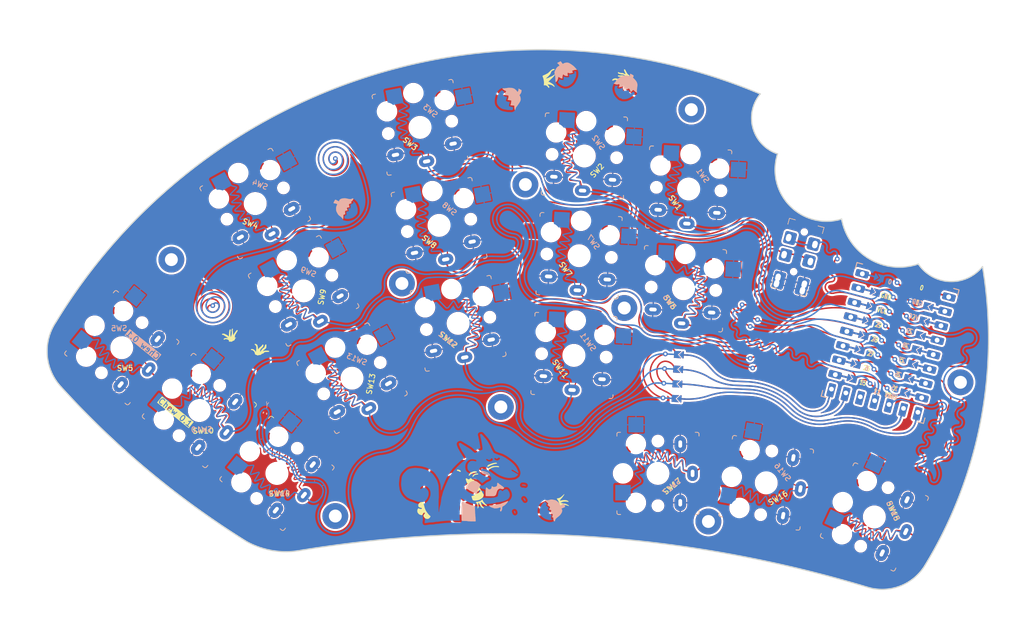
<source format=kicad_pcb>
(kicad_pcb (version 20240108) (generator "pcbnew") (generator_version "8.0")
  (layers (0 "F.Cu" signal) (31 "B.Cu" signal) (34 "B.Paste" user) (35 "F.Paste" user) (36 "B.SilkS" user "B.Silkscreen") (37 "F.SilkS" user "F.Silkscreen") (38 "B.Mask" user) (39 "F.Mask" user) (44 "Edge.Cuts" user))
  (net 0 "")
  (net 1 "gnd")
  (net 2 "vcc")
  (net 3 "Switch18")
  (net 4 "Switch1")
  (net 5 "Switch2")
  (net 6 "Switch3")
  (net 7 "Switch4")
  (net 8 "Switch5")
  (net 9 "Switch6")
  (net 10 "Switch7")
  (net 11 "Switch8")
  (net 12 "Switch9")
  (net 13 "Switch10")
  (net 14 "Switch11")
  (net 15 "Switch12")
  (net 16 "Switch13")
  (net 17 "Switch14")
  (net 18 "Switch15")
  (net 19 "Switch16")
  (net 20 "Switch17")
  (footprint "Kailh:TRRS-PJ-DPB2" (layer "F.Cu") (at 158.465857 81.856148 -15)
    (property "Reference" "J2" (hide yes))
    (property "Value" "AudioJack4dpb" (hide yes))
  )
  (footprint "* duckyb-collection:SW_PG1350_rev_DPB" (layer "F.Cu") (at 99.100143 98.965783 11)
    (property "Reference" "SW12" (hide yes))
    (property "Value" "SW_Push" (hide yes))
  )
  (footprint "BumWings_Library:RP2040-Zero" (layer "F.Cu") (at 160.930534 111.333056 -15)
    (property "Reference" "RZ1" (hide yes))
    (property "Value" "RP2040-Zero")
  )
  (footprint "LOGO" (layer "F.Cu") (at 128.745658 59.510571 -15)
    (property "Reference" "G***" (hide yes))
    (property "Value" "LOGO" (hide yes))
  )
  (footprint "clipboard:420c2a85-5b5b-48ff-b81a-8100f601aced" (layer "F.Cu") (at 136.136662 108.758541 -3)
    (property "Reference" "")
    (property "Value" "")
  )
  (footprint "LOGO" (layer "F.Cu") (at 60.74 102.74 1)
    (property "Reference" "G***" (hide yes))
    (property "Value" "LOGO" (hide yes))
  )
  (footprint "LOGO" (layer "F.Cu") (at 113.89 129.98 130)
    (property "Reference" "G***" (hide yes))
    (property "Value" "LOGO" (hide yes))
  )
  (footprint "LOGO" (layer "F.Cu") (at 111.265071 57.08426 80)
    (property "Reference" "G***" (hide yes))
    (property "Value" "LOGO" (hide yes))
  )
  (footprint "* duckyb-collection:SW_PG1350_rev_DPB" (layer "F.Cu") (at 137.472178 93.066994 -3)
    (property "Reference" "SW6" (hide yes))
    (property "Value" "SW_Push" (hide yes))
  )
  (footprint "* duckyb-collection:SW_PG1350_rev_DPB" (layer "F.Cu") (at 151.569968 126.121897 80)
    (property "Reference" "SW16" (hide yes))
    (property "Value" "SW_Push" (hide yes))
  )
  (footprint "" (layer "F.Cu") (at 141.72 132.7)
    (property "Reference" "")
    (property "Value" "")
  )
  (footprint "clipboard:420c2a85-5b5b-48ff-b81a-8100f601aced" (layer "F.Cu") (at 136.398342 103.765393 -3)
    (property "Reference" "")
    (property "Value" "")
  )
  (footprint "* duckyb-collection:SW_PG1350_rev_DPB" (layer "F.Cu") (at 64.551096 78.563424 29)
    (property "Reference" "SW4" (hide yes))
    (property "Value" "SW_Push" (hide yes))
  )
  (footprint "* duckyb-collection:SW_PG1350_rev_DPB" (layer "F.Cu") (at 68.24874 124.504304 51)
    (property "Reference" "SW14" (hide yes))
    (property "Value" "SW_Push" (hide yes))
  )
  (footprint "" (layer "F.Cu") (at 50.27 88.11)
    (property "Reference" "")
    (property "Value" "")
  )
  (footprint "LOGO" (layer "F.Cu") (at 65.15 105.36 1)
    (property "Reference" "G***" (hide yes))
    (property "Value" "LOGO" (hide yes))
  )
  (footprint "* duckyb-collection:SW_PG1350_rev_DPB" (layer "F.Cu") (at 72.792861 93.43196 29)
    (property "Reference" "SW9" (hide yes))
    (property "Value" "SW_Push" (hide yes))
  )
  (footprint "* duckyb-collection:SW_PG1350_rev_DPB" (layer "F.Cu") (at 120.595441 70.466826 -3)
    (property "Reference" "SW2" (hide yes))
    (property "Value" "SW_Push" (hide yes))
  )
  (footprint "" (layer "F.Cu") (at 138.81 62.57)
    (property "Reference" "")
    (property "Value" "")
  )
  (footprint "* duckyb-collection:SW_PG1350_rev_DPB" (layer "F.Cu") (at 81.034624 108.300494 29)
    (property "Reference" "SW13" (hide yes))
    (property "Value" "SW_Push" (hide yes))
  )
  (footprint "clipboard:420c2a85-5b5b-48ff-b81a-8100f601aced" (layer "F.Cu") (at 136.005822 111.255115 -3)
    (property "Reference" "")
    (property "Value" "")
  )
  (footprint "LOGO" (layer "F.Cu") (at 99.463241 123.228808 2)
    (property "Reference" "G***" (hide yes))
    (property "Value" "LOGO" (hide yes))
  )
  (footprint "" (layer "F.Cu") (at 184.64 109)
    (property "Reference" "")
    (property "Value" "")
  )
  (footprint "* duckyb-collection:SW_PG1350_rev_DPB" (layer "F.Cu") (at 169.979999 131.92572 65)
    (property "Reference" "SW15" (hide yes))
    (property "Value" "SW_Push" (hide yes))
  )
  (footprint "clipboard:420c2a85-5b5b-48ff-b81a-8100f601aced" (layer "F.Cu") (at 136.267502 106.261967 -3)
    (property "Reference" "")
    (property "Value" "")
  )
  (footprint "* duckyb-collection:SW_PG1350_rev_DPB" (layer "F.Cu") (at 41.825778 103.107413 51)
    (property "Reference" "SW5" (hide yes))
    (property "Value" "SW_Push" (hide yes))
  )
  (footprint "" (layer "F.Cu") (at 78.188929 131.772173)
    (property "Reference" "")
    (property "Value" "")
  )
  (footprint "* duckyb-collection:SW_PG1350_rev_DPB" (layer "F.Cu") (at 119.705729 87.443528 -3)
    (property "Reference" "SW7" (hide yes))
    (property "Value" "SW_Push" (hide yes))
  )
  (footprint "* duckyb-collection:SW_PG1350_rev_DPB" (layer "F.Cu") (at 95.85639 82.27812 11)
    (property "Reference" "SW8" (hide yes))
    (property "Value" "SW_Push" (hide yes))
  )
  (footprint "* duckyb-collection:SW_PG1350_rev_DPB" (layer "F.Cu") (at 138.361889 76.090292 -3)
    (property "Reference" "SW1" (hide yes))
    (property "Value" "SW_Push" (hide yes))
  )
  (footprint "* duckyb-collection:SW_PG1350_rev_DPB" (layer "F.Cu") (at 92.612637 65.590458 11)
    (property "Reference" "SW3" (hide yes))
    (property "Value" "SW_Push" (hide yes))
  )
  (footprint "* duckyb-collection:SW_PG1350_rev_DPB" (layer "F.Cu") (at 55.037259 113.805858 51)
    (property "Reference" "SW10" (hide yes))
    (property "Value" "SW_Push" (hide yes))
  )
  (footprint "* duckyb-collection:SW_PG1350_rev_DPB" (layer "F.Cu") (at 133.12631 124.510908 90)
    (property "Reference" "SW17" (hide yes))
    (property "Value" "SW_Push" (hide yes))
  )
  (footprint "* duckyb-collection:SW_PG1350_rev_DPB" (layer "F.Cu") (at 118.816018 104.42023 -3)
    (property "Reference" "SW11" (hide yes))
    (property "Value" "SW_Push" (hide yes))
  )
  (footprint "kbd:Tenting_Puck2" (layer "F.Cu") (at 108.465045 94.259561 -6.3)
    (property "Reference" "REF**" (hide yes))
    (property "Value" "Tenting Puck" (hide yes))
  )
  (footprint "LOGO" (layer "B.Cu") (at 67.836191 113.783843 -43)
    (property "Reference" "G***" (hide yes))
    (property "Value" "LOGO" (hide yes))
  )
  (footprint "LOGO" (layer "B.Cu") (at 107.73 60.92 120)
    (property "Reference" "G***" (hide yes))
    (property "Value" "LOGO" (hide yes))
  )
  (footprint "LOGO" (layer "B.Cu") (at 80.15 79.22 -145)
    (property "Reference" "G***" (hide yes))
    (property "Value" "LOGO" (hide yes))
  )
  (footprint "LOGO" (layer "B.Cu") (at 117.3 56.52 150)
    (property "Reference" "G***" (hide yes))
    (property "Value" "LOGO" (hide yes))
  )
  (footprint "LOGO" (layer "B.Cu") (at 127.63 58.77 160)
    (property "Reference" "G***" (hide yes))
    (property "Value" "LOGO" (hide yes))
  )
  (footprint "LOGO" (layer "B.Cu") (at 66.621125 112.295684 122)
    (property "Reference" "G***" (hide yes))
    (property "Value" "LOGO" (hide yes))
  )
  (footprint "LOGO" (layer "B.Cu") (at 68.150019 113.333546 -23)
    (property "Reference" "G***" (hide yes))
    (property "Value" "LOGO" (hide yes))
  )
  (footprint "LOGO" (layer "B.Cu") (at 115.04 130.87 85)
    (property "Reference" "G***" (hide yes))
    (property "Value" "LOGO" (hide yes))
  )
  (footprint "LOGO" (layer "B.Cu") (at 98.91084 123.897138 -179)
    (property "Reference" "G***" (hide yes))
    (property "Value" "LOGO" (hide yes))
  )
  (gr_arc (start 70.222647 122.566706) (mid 70.255793 122.499601) (end 70.314364 122.453007) (stroke (width 0.05)) (layer "B.SilkS"))
  (gr_arc (start 69.057962 121.906656) (mid 69.076803 121.819598) (end 69.126341 121.745569) (stroke (width 0.05)) (layer "B.SilkS"))
  (gr_arc (start 74.669794 125.910131) (mid 74.638096 125.801905) (end 74.683505 125.698678) (stroke (width 0.05)) (layer "B.SilkS"))
  (gr_arc (start 66.299185 120.292932) (mid 66.365542 120.21288) (end 66.456841 120.16312) (stroke (width 0.05)) (layer "B.SilkS"))
  (gr_arc (start 71.026865 123.72969) (mid 71.095208 123.666084) (end 71.18812 123.656912) (stroke (width 0.05)) (layer "B.SilkS"))
  (gr_arc (start 76.022966 126.617813) (mid 76.077011 126.561744) (end 76.153469 126.546912) (stroke (width 0.05)) (layer "B.SilkS"))
  (gr_arc (start 72.950652 125.812079) (mid 72.937194 125.714989) (end 72.993369 125.634666) (stroke (width 0.05)) (layer "B.SilkS"))
  (gr_arc (start 67.543451 121.277363) (mid 67.58 121.18) (end 67.64196 121.096475) (stroke (width 0.05)) (layer "B.SilkS"))
  (gr_arc (start 71.646824 125.072364) (mid 71.685922 125.019075) (end 71.739932 124.98098) (stroke (width 0.05)) (layer "B.SilkS"))
  (gr_arc (start 65.507235 118.729183) (mid 65.599183 118.661436) (end 65.713126 118.653625) (stroke (width 0.05)) (layer "B.SilkS"))
  (gr_arc (start 56.061848 113.796003) (mid 56.070033 113.68344) (end 56.120761 113.582627) (stroke (width 0.05)) (layer "F.SilkS"))
  (gr_arc (start 31.54 109.82) (mid 29.139107 104.441157) (end 30.62 98.74) (stroke (width 0.2)) (layer "Edge.Cuts"))
  (gr_arc (start 164.4 81.2) (mid 155.585268 78.954106) (end 153.5 70.1) (stroke (width 0.2)) (layer "Edge.Cuts"))
  (gr_arc (start 188.4 89.3) (mid 188.097567 115.544927) (end 178.67 140.04) (stroke (width 0.2)) (layer "Edge.Cuts"))
  (gr_arc (start 178.67 140.04) (mid 174.418328 143.675159) (end 168.828863 143.896452) (stroke (width 0.2)) (layer "Edge.Cuts"))
  (gr_arc (start 177.46 88.86) (mid 169.172585 88.026325) (end 164.4 81.2) (stroke (width 0.2)) (layer "Edge.Cuts"))
  (gr_arc (start 63.05 136.1) (mid 46.384788 124.051354) (end 31.54 109.82) (stroke (width 0.2)) (layer "Edge.Cuts"))
  (gr_arc (start 72.33 137.61) (mid 120.93861 135.239735) (end 168.828863 143.896452) (stroke (width 0.2)) (layer "Edge.Cuts"))
  (gr_arc (start 30.62 98.74) (mid 83.375574 57.058765) (end 150.55 59.9) (stroke (width 0.2)) (layer "Edge.Cuts"))
  (gr_arc (start 72.33 137.61) (mid 67.557893 137.66689) (end 63.05 136.1) (stroke (width 0.2)) (layer "Edge.Cuts"))
  (gr_arc (start 188.4 89.3) (mid 182.818971 91.840574) (end 177.46 88.86) (stroke (width 0.2)) (layer "Edge.Cuts"))
  (gr_arc (start 153.5 70.1) (mid 149.318606 65.782731) (end 150.55 59.9) (stroke (width 0.2)) (layer "Edge.Cuts"))
  (gr_text "Chew 0.1" (at 45.05 103.12 321) (layer "B.SilkS" knockout) (effects (font (size 1 1)) (justify bottom mirror)))
  (gr_text "Chew 0.1" (at 50.56 114.59 321) (layer "F.SilkS" knockout) (effects (font (size 1 1)) (justify bottom)))
  (segment (start 174.417189 115.236654) (end 174.959463 113.447236) (width 0.25) (layer "F.Cu") (net 0))
  (segment (start 141.723064 111.299606) (end 141.817917 111.267989) (width 0.25) (layer "F.Cu") (net 0))
  (segment (start 177.412914 114.104637) (end 176.981706 115.792869) (width 0.25) (layer "F.Cu") (net 0))
  (segment (start 155.552177 112.462126) (end 156.633754 113.453571) (width 0.25) (layer "F.Cu") (net 0))
  (segment (start 156.204968 112.146681) (end 157.164918 113.017896) (width 0.25) (layer "F.Cu") (net 0))
  (segment (start 161.866276 116.062152) (end 164.10572 115.69406) (width 0.25) (layer "F.Cu") (net 0))
  (segment (start 154.661243 113.327741) (end 155.568991 114.168524) (width 0.25) (layer "F.Cu") (net 0))
  (segment (start 161.323306 114.68068) (end 162.111316 114.496101) (width 0.25) (layer "F.Cu") (net 0))
  (segment (start 144.0044 110.012846) (end 148.668809 110.231065) (width 0.25) (layer "F.Cu") (net 0))
  (segment (start 146.252561 109.514836) (end 148.727419 109.62733) (width 0.25) (layer "F.Cu") (net 0))
  (segment (start 170.011323 116.231432) (end 170.298277 116.39124) (width 0.25) (layer "F.Cu") (net 0))
  (segment (start 136.744591 111.808127) (end 137.681738 111.854116) (width 0.25) (layer "F.Cu") (net 0))
  (segment (start 161.818796 115.46052) (end 163.757339 115.141576) (width 0.25) (layer "F.Cu") (net 0))
  (segment (start 137.137111 104.318405) (end 138.141283 104.36414) (width 0.25) (layer "F.Cu") (net 0))
  (segment (start 164.813097 111.944068) (end 165.145656 110.817635) (width 0.25) (layer "F.Cu") (net 0))
  (segment (start 146.17768 108.804056) (end 148.334295 108.901531) (width 0.25) (layer "F.Cu") (net 0))
  (segment (start 137.006271 106.814979) (end 137.780528 106.865101) (width 0.25) (layer "F.Cu") (net 0))
  (segment (start 141.507347 105.949343) (end 142.543835 107.093517) (width 0.25) (layer "F.Cu") (net 0))
  (segment (start 162.692205 110.160234) (end 162.09 112.26) (width 0.25) (layer "F.Cu") (net 0))
  (segment (start 145.895933 110.706022) (end 148.741368 110.842331) (width 0.25) (layer "F.Cu") (net 0))
  (segment (start 155.159241 112.934864) (end 156.030009 113.734258) (width 0.25) (layer "F.Cu") (net 0))
  (arc (start 173.626566 116.284479) (mid 171.977186 116.798605) (end 170.298277 116.39124) (width 0.25) (layer "F.Cu") (net 0))
  (arc (start 169.484373 116.61631) (mid 172.080139 117.557919) (end 174.839282 117.665176) (width 0.25) (layer "F.Cu") (net 0))
  (arc (start 136.9444 109.295829) (mid 138.961805 109.414501) (end 140.9644 109.685829) (width 0.25) (layer "F.Cu") (net 0))
  (arc (start 141.507347 105.949343) (mid 139.982762 104.820291) (end 138.141283 104.36414) (width 0.25) (layer "F.Cu") (net 0))
  (arc (start 164.813097 111.944068) (mid 163.806315 113.584385) (end 162.111316 114.496101) (width 0.25) (layer "F.Cu") (net 0))
  (arc (start 170.011323 116.231432) (mid 166.976638 115.156814) (end 163.757339 115.141576) (width 0.25) (layer "F.Cu") (net 0))
  (arc (start 148.741368 110.842331) (mid 151.920787 111.562264) (end 154.661243 113.327741) (width 0.25) (layer "F.Cu") (net 0))
  (arc (start 137.780528 106.865101) (mid 139.873557 107.259819) (end 141.809878 108.147661) (width 0.25) (layer "F.Cu") (net 0))
  (arc (start 144.2344 110.025829) (mid 142.593419 109.91335) (end 140.9644 109.685829) (width 0.25) (layer "F.Cu") (net 0))
  (arc (start 146.252561 109.514836) (mid 143.944241 109.113887) (end 141.809878 108.147661) (width 0.25) (layer "F.Cu") (net 0))
  (arc (start 141.723064 111.299606) (mid 139.728175 111.764707) (end 137.681738 111.854116) (width 0.25) (layer "F.Cu") (net 0))
  (arc (start 155.552177 112.462126) (mid 152.389136 110.444447) (end 148.727419 109.62733) (width 0.25) (layer "F.Cu") (net 0))
  (arc (start 173.626566 116.284479) (mid 174.115093 115.830898) (end 174.417189 115.236654) (width 0.25) (layer "F.Cu") (net 0))
  (arc (start 169.484373 116.61631) (mid 166.872476 115.703608) (end 164.10572 115.69406) (width 0.25) (layer "F.Cu") (net 0))
  (arc (start 156.204968 112.146681) (mid 152.553092 109.836609) (end 148.334295 108.901531) (width 0.25) (layer "F.Cu") (net 0))
  (arc (start 157.164918 113.017896) (mid 158.913999 113.871521) (end 160.848115 113.654282) (width 0.25) (layer "F.Cu") (net 0))
  (arc (start 176.981706 115.792869) (mid 176.201364 117.061859) (end 174.839282 117.665176) (width 0.25) (layer "F.Cu") (net 0))
  (arc (start 148.668809 110.231065) (mid 152.151637 111.012579) (end 155.159241 112.934864) (width 0.25) (layer "F.Cu") (net 0))
  (arc (start 162.09 112.26) (mid 161.628012 113.098721) (end 160.848115 113.654282) (width 0.25) (layer "F.Cu") (net 0))
  (arc (start 156.030009 113.734258) (mid 158.725546 115.264229) (end 161.818796 115.46052) (width 0.25) (layer "F.Cu") (net 0))
  (arc (start 155.568991 114.168524) (mid 158.498431 115.844298) (end 161.866276 116.062152) (width 0.25) (layer "F.Cu") (net 0))
  (arc (start 156.633754 113.453571) (mid 158.826425 114.648414) (end 161.323306 114.68068) (width 0.25) (layer "F.Cu") (net 0))
  (arc (start 146.17768 108.804056) (mid 144.189706 108.312167) (end 142.543835 107.093517) (width 0.25) (layer "F.Cu") (net 0))
  (arc (start 141.817917 111.267989) (mid 143.830887 110.798054) (end 145.895933 110.706022) (width 0.25) (layer "F.Cu") (net 0))
  (segment (start 141.724949 111.295324) (end 141.819802 111.263707) (width 0.25) (layer "B.Cu") (net 0))
  (segment (start 155.554062 112.457844) (end 156.635639 113.449289) (width 0.25) (layer "B.Cu") (net 0))
  (segment (start 174.419074 115.232372) (end 174.961348 113.442954) (width 0.25) (layer "B.Cu") (net 0))
  (segment (start 164.814982 111.939786) (end 165.147541 110.813353) (width 0.25) (layer "B.Cu") (net 0))
  (segment (start 146.179565 108.799774) (end 148.33618 108.897249) (width 0.25) (layer "B.Cu") (net 0))
  (segment (start 154.663128 113.323459) (end 155.570876 114.164242) (width 0.25) (layer "B.Cu") (net 0))
  (segment (start 161.868161 116.05787) (end 164.107605 115.689778) (width 0.25) (layer "B.Cu") (net 0))
  (segment (start 161.325191 114.676398) (end 162.113201 114.491819) (width 0.25) (layer "B.Cu") (net 0))
  (segment (start 146.254446 109.510554) (end 148.729304 109.623048) (width 0.25) (layer "B.Cu") (net 0))
  (segment (start 144.006285 110.008564) (end 148.670694 110.226783) (width 0.25) (layer "B.Cu") (net 0))
  (segment (start 137.008156 106.810697) (end 137.782413 106.860819) (width 0.25) (layer "B.Cu") (net 0))
  (segment (start 162.69409 110.155952) (end 162.091885 112.255718) (width 0.25) (layer "B.Cu") (net 0))
  (segment (start 155.161126 112.930582) (end 156.031894 113.729976) (width 0.25) (layer "B.Cu") (net 0))
  (segment (start 145.897818 110.70174) (end 148.743253 110.838049) (width 0.25) (layer "B.Cu") (net 0))
  (segment (start 177.414799 114.100355) (end 176.983591 115.788587) (width 0.25) (layer "B.Cu") (net 0))
  (segment (start 136.746476 111.803845) (end 137.683623 111.849834) (width 0.25) (layer "B.Cu") (net 0))
  (segment (start 137.138996 104.314123) (end 138.143168 104.359858) (width 0.25) (layer "B.Cu") (net 0))
  (segment (start 141.509232 105.945061) (end 142.54572 107.089235) (width 0.25) (layer "B.Cu") (net 0))
  (segment (start 156.206853 112.142399) (end 157.166803 113.013614) (width 0.25) (layer "B.Cu") (net 0))
  (segment (start 161.820681 115.456238) (end 163.759224 115.137294) (width 0.25) (layer "B.Cu") (net 0))
  (segment (start 170.013208 116.22715) (end 170.300162 116.386958) (width 0.25) (layer "B.Cu") (net 0))
  (arc (start 144.236285 110.021547) (mid 142.595304 109.909068) (end 140.966285 109.681547) (width 0.25) (layer "B.Cu") (net 0))
  (arc (start 157.166803 113.013614) (mid 158.915884 113.867239) (end 160.85 113.65) (width 0.25) (layer "B.Cu") (net 0))
  (arc (start 169.486258 116.612028) (mid 166.874361 115.699326) (end 164.107605 115.689778) (width 0.25) (layer "B.Cu") (net 0))
  (arc (start 148.743253 110.838049) (mid 151.922672 111.557982) (end 154.663128 113.323459) (width 0.25) (layer "B.Cu") (net 0))
  (arc (start 141.724949 111.295324) (mid 139.73006 111.760425) (end 137.683623 111.849834) (width 0.25) (layer "B.Cu") (net 0))
  (arc (start 148.670694 110.226783) (mid 152.153522 111.008297) (end 155.161126 112.930582) (width 0.25) (layer "B.Cu") (net 0))
  (arc (start 156.206853 112.142399) (mid 152.554977 109.832327) (end 148.33618 108.897249) (width 0.25) (layer "B.Cu") (net 0))
  (arc (start 173.628451 116.280197) (mid 174.116978 115.826616) (end 174.419074 115.232372) (width 0.25) (layer "B.Cu") (net 0))
  (arc (start 155.570876 114.164242) (mid 158.500316 115.840016) (end 161.868161 116.05787) (width 0.25) (layer "B.Cu") (net 0))
  (arc (start 156.635639 113.449289) (mid 158.82831 114.644132) (end 161.325191 114.676398) (width 0.25) (layer "B.Cu") (net 0))
  (arc (start 176.983591 115.788587) (mid 176.203249 117.057577) (end 174.841167 117.660894) (width 0.25) (layer "B.Cu") (net 0))
  (arc (start 162.091885 112.255718) (mid 161.629897 113.094439) (end 160.85 113.65) (width 0.25) (layer "B.Cu") (net 0))
  (arc (start 141.509232 105.945061) (mid 139.984647 104.816009) (end 138.143168 104.359858) (width 0.25) (layer "B.Cu") (net 0))
  (arc (start 146.179565 108.799774) (mid 144.191591 108.307885) (end 142.54572 107.089235) (width 0.25) (layer "B.Cu") (net 0))
  (arc (start 169.486258 116.612028) (mid 172.082024 117.553637) (end 174.841167 117.660894) (width 0.25) (layer "B.Cu") (net 0))
  (arc (start 137.782413 106.860819) (mid 139.875442 107.255537) (end 141.811763 108.143379) (width 0.25) (layer "B.Cu") (net 0))
  (arc (start 164.814982 111.939786) (mid 163.8082 113.580103) (end 162.113201 114.491819) (width 0.25) (layer "B.Cu") (net 0))
  (arc (start 136.946285 109.291547) (mid 138.96369 109.410219) (end 140.966285 109.681547) (width 0.25) (layer "B.Cu") (net 0))
  (arc (start 170.013208 116.22715) (mid 166.978523 115.152532) (end 163.759224 115.137294) (width 0.25) (layer "B.Cu") (net 0))
  (arc (start 156.031894 113.729976) (mid 158.727431 115.259947) (end 161.820681 115.456238) (width 0.25) (layer "B.Cu") (net 0))
  (arc (start 141.819802 111.263707) (mid 143.832772 110.793772) (end 145.897818 110.70174) (width 0.25) (layer "B.Cu") (net 0))
  (arc (start 146.254446 109.510554) (mid 143.946126 109.109605) (end 141.811763 108.143379) (width 0.25) (layer "B.Cu") (net 0))
  (arc (start 155.554062 112.457844) (mid 152.391021 110.440165) (end 148.729304 109.623048) (width 0.25) (layer "B.Cu") (net 0))
  (arc (start 173.628451 116.280197) (mid 171.979071 116.794323) (end 170.300162 116.386958) (width 0.25) (layer "B.Cu") (net 0))
  (segment (start 161.808892 93.326976) (end 161.765145 93.261708) (width 0.25) (layer "F.Cu") (net 2))
  (segment (start 163.451398 88.936251) (end 163.402964 88.90302) (width 0.25) (layer "F.Cu") (net 2))
  (segment (start 163.66 87.99) (end 163.63 88.05) (width 0.25) (layer "F.Cu") (net 2))
  (segment (start 162.997025 90.941222) (end 162.764662 90.784036) (width 0.25) (layer "F.Cu") (net 2))
  (segment (start 163.622908 87.994706) (end 163.66 87.99) (width 0.25) (layer "F.Cu") (net 2))
  (segment (start 165.634076 93.856361) (end 169.176368 94.805515) (width 0.25) (layer "F.Cu") (net 2))
  (segment (start 162.986595 89.873296) (end 163.226748 89.84514) (width 0.25) (layer "F.Cu") (net 2))
  (segment (start 162.339527 91.926426) (end 162.800397 91.848338) (width 0.25) (layer "F.Cu") (net 2))
  (via (at 163.66 87.99) (size 0.8) (drill 0.4) (layers "F.Cu" "B.Cu") (net 2))
  (arc (start 169.176368 94.805515) (mid 169.89 95.32) (end 169.976368 96.195515) (width 0.25) (layer "F.Cu") (net 2))
  (arc (start 162.986595 89.873296) (mid 162.559033 90.251516) (end 162.764662 90.784036) (width 0.25) (layer "F.Cu") (net 2))
  (arc (start 162.997025 90.941222) (mid 163.205522 91.461285) (end 162.800397 91.848338) (width 0.25) (layer "F.Cu") (net 2))
  (arc (start 161.808892 93.326976) (mid 162.352674 93.764673) (end 163.048888 93.815293) (width 0.25) (layer "F.Cu") (net 2))
  (arc (start 163.622908 87.994706) (mid 163.19988 88.373058) (end 163.402964 88.90302) (width 0.25) (layer "F.Cu") (net 2))
  (arc (start 165.634076 93.856361) (mid 164.34412 93.676089) (end 163.048888 93.815293) (width 0.25) (layer "F.Cu") (net 2))
  (arc (start 163.226748 89.84514) (mid 163.653919 89.468516) (end 163.451398 88.936251) (width 0.25) (layer "F.Cu") (net 2))
  (arc (start 161.765145 93.261708) (mid 161.68902 92.437784) (end 162.339527 91.926426) (width 0.25) (layer "F.Cu") (net 2))
  (segment (start 159.543479 85.581298) (end 159.859267 85.542394) (width 0.25) (layer "B.Cu") (net 2))
  (segment (start 184.90713 100.390415) (end 185.192085 100.231886) (width 0.25) (layer "B.Cu") (net 2))
  (segment (start 183.69 111.7) (end 184.776321 112.067164) (width 0.25) (layer "B.Cu") (net 2))
  (segment (start 174.789294 111.969142) (end 179.281568 113.154468) (width 0.25) (layer "B.Cu") (net 2))
  (segment (start 160.865636 85.166805) (end 159.859267 85.542394) (width 0.25) (layer "B.Cu") (net 2))
  (segment (start 180.876588 123.782176) (end 180.547902 122.949097) (width 0.25) (layer "B.Cu") (net 2))
  (segment (start 179.570097 117.691752) (end 179.173605 117.68184) (width 0.25) (layer "B.Cu") (net 2))
  (segment (start 184.242034 116.600228) (end 184.013127 116.617798) (width 0.25) (layer "B.Cu") (net 2))
  (segment (start 181.370401 113.84592) (end 181.714503 113.7771) (width 0.25) (layer "B.Cu") (net 2))
  (segment (start 183.571825 119.313912) (end 182.98743 119.319863) (width 0.25) (layer "B.Cu") (net 2))
  (segment (start 161.869239 86.34389) (end 161.922354 86.050042) (width 0.25) (layer "B.Cu") (net 2))
  (segment (start 173.528348 112.150545) (end 172.48884 112.784006) (width 0.25) (layer "B.Cu") (net 2))
  (segment (start 177.904023 122.653811) (end 177.636045 122.774137) (width 0.25) (layer "B.Cu") (net 2))
  (segment (start 185.168804 105.855593) (end 183.41 106.49) (width 0.25) (layer "B.Cu") (net 2))
  (segment (start 180.816352 115.666483) (end 180.092335 115.706504) (width 0.25) (layer "B.Cu") (net 2))
  (segment (start 178.472407 119.895747) (end 178.177763 119.895104) (width 0.25) (layer "B.Cu") (net 2))
  (segment (start 163.66 87.99) (end 163.639333 87.126123) (width 0.25) (layer "B.Cu") (net 2))
  (segment (start 186.272603 102.817169) (end 185.689796 102.914072) (width 0.25) (layer "B.Cu") (net 2))
  (segment (start 177.94082 98.391676) (end 178.035104 98.660413) (width 0.25) (layer "B.Cu") (net 2))
  (segment (start 179.737317 100.245866) (end 181.694111 100.7799) (width 0.25) (layer "B.Cu") (net 2))
  (segment (start 182.056745 122.090595) (end 181.151021 122.061812) (width 0.25) (layer "B.Cu") (net 2))
  (segment (start 177.801228 121.162298) (end 178.077503 121.341525) (width 0.25) (layer "B.Cu") (net 2))
  (segment (start 184.484689 115.102088) (end 184.593965 115.170494) (width 0.25) (layer "B.Cu") (net 2))
  (segment (start 183.697702 117.902446) (end 183.928092 118.046296) (width 0.25) (layer "B.Cu") (net 2))
  (arc (start 177.866465 123.862442) (mid 177.312388 123.41121) (end 177.636045 122.774137) (width 0.25) (layer "B.Cu") (net 2))
  (arc (start 180.547902 122.949097) (mid 180.605493 122.339618) (end 181.151021 122.061812) (width 0.25) (layer "B.Cu") (net 2))
  (arc (start 184.776321 112.067164) (mid 185.308629 112.838307) (end 184.72148 113.568561) (width 0.25) (layer "B.Cu") (net 2))
  (arc (start 187.288904 100.831722) (mid 187.280617 102.080311) (end 186.272603 102.817169) (width 0.25) (layer "B.Cu") (net 2))
  (arc (start 184.242034 116.600228) (mid 184.935308 116.012697) (end 184.593965 115.170494) (width 0.25) (layer "B.Cu") (net 2))
  (arc (start 180.816352 115.666483) (mid 181.314218 115.288718) (end 181.149911 114.68574) (width 0.25) (layer "B.Cu") (net 2))
  (arc (start 178.177763 119.895104) (mid 177.515708 120.38792) (end 177.801228 121.162298) (width 0.25) (layer "B.Cu") (net 2))
  (arc (start 179.532373 125.461905) (mid 179.989963 126.033688) (end 180.67454 125.773459) (width 0.25) (layer "B.Cu") (net 2))
  (arc (start 180.876588 123.782176) (mid 181.017587 124.802369) (end 180.67454 125.773459) (width 0.25) (layer "B.Cu") (net 2))
  (arc (start 178.812275 118.800742) (mid 178.574911 118.106296) (end 179.173605 117.68184) (width 0.25) (layer "B.Cu") (net 2))
  (arc (start 185.192085 100.231886) (mid 186.373058 100.068412) (end 187.288904 100.831722) (width 0.25) (layer "B.Cu") (net 2))
  (arc (start 179.532373 125.461905) (mid 179.018987 124.329332) (end 177.866465 123.862442) (width 0.25) (layer "B.Cu") (net 2))
  (arc (start 181.370401 113.84592) (mid 180.997872 114.196969) (end 181.149911 114.68574) (width 0.25) (layer "B.Cu") (net 2))
  (arc (start 178.035104 98.660413) (mid 178.690757 99.662987) (end 179.737317 100.245866) (width 0.25) (layer "B.Cu") (net 2))
  (arc (start 177.904023 122.653811) (mid 178.405225 122.052458) (end 178.077503 121.341525) (width 0.25) (layer "B.Cu") (net 2))
  (arc (start 179.836165 116.760975) (mid 180.063338 117.329329) (end 179.570097 117.691752) (width 0.25) (layer "B.Cu") (net 2))
  (arc (start 180.88406 112.662416) (mid 181.519072 112.390099) (end 182.127973 112.71664) (width 0.25) (layer "B.Cu") (net 2))
  (arc (start 180.092335 115.706504) (mid 179.572823 116.138649) (end 179.836165 116.760975) (width 0.25) (layer "B.Cu") (net 2))
  (arc (start 183.697702 117.902446) (mid 183.390317 117.145925) (end 184.013127 116.617798) (width 0.25) (layer "B.Cu") (net 2))
  (arc (start 184.90713 100.390415) (mid 183.338786 100.900003) (end 181.694111 100.7799) (width 0.25) (layer "B.Cu") (net 2))
  (arc (start 174.789294 111.969142) (mid 174.140226 111.930592) (end 173.528348 112.150545) (width 0.25) (layer "B.Cu") (net 2))
  (arc (start 162.773729 86.797165) (mid 162.151849 86.909028) (end 161.869239 86.34389) (width 0.25) (layer "B.Cu") (net 2))
  (arc (start 183.928092 118.046296) (mid 184.22513 118.813653) (end 183.571825 119.313912) (width 0.25) (layer "B.Cu") (net 2))
  (arc (start 163.639333 87.126123) (mid 163.3171 86.670697) (end 162.773729 86.797165) (width 0.25) (layer "B.Cu") (net 2))
  (arc (start 182.98743 119.319863) (mid 182.365768 119.777383) (end 182.602849 120.511941) (width 0.25) (layer "B.Cu") (net 2))
  (arc (start 178.812275 118.800742) (mid 179.046598 119.473719) (end 178.472407 119.895747) (width 0.25) (layer "B.Cu") (net 2))
  (arc (start 185.384993 104.249084) (mid 185.089707 103.47935) (end 185.689796 102.914072) (width 0.25) (layer "B.Cu") (net 2))
  (arc (start 179.281568 113.154468) (mid 180.153012 113.137065) (end 180.88406 112.662416) (width 0.25) (layer "B.Cu") (net 2))
  (arc (start 161.922354 86.050042) (mid 161.650797 85.301182) (end 160.865636 85.166805) (width 0.25) (layer "B.Cu") (net 2))
  (arc (start 185.384993 104.249084) (mid 185.764335 105.117935) (end 185.168804 105.855593) (width 0.25) (layer "B.Cu") (net 2))
  (arc (start 182.602849 120.511941) (mid 182.911083 121.502353) (end 182.056745 122.090595) (width 0.25) (layer "B.Cu") (net 2))
  (arc (start 181.714503 113.7771) (mid 182.211466 113.36003) (end 182.127973 112.71664) (width 0.25) (layer "B.Cu") (net 2))
  (arc (start 183.69 111.7) (mid 181.80027 109.189035) (end 183.41 106.49) (width 0.25) (layer "B.Cu") (net 2))
  (arc (start 184.72148 113.568561) (mid 184.098157 114.257359) (end 184.484689 115.102088) (width 0.25) (layer "B.Cu") (net 2))
  (arc (start 159.543479 85.581298) (mid 157.336947 85.402042) (end 155.381852 84.363379) (width 0.25) (layer "B.Cu") (net 2))
  (segment (start 150.068192 93.456788) (end 150.283084 93.43162) (width 0.25) (layer "F.Cu") (net 3))
  (segment (start 151.117386 89.941734) (end 150.958524 89.826198) (width 0.25) (layer "F.Cu") (net 3))
  (segment (start 147.46 95.79) (end 149.25254 95.858287) (width 0.25) (layer "F.Cu") (net 3))
  (segment (start 154.007791 86.784417) (end 154.605395 87.261158) (width 0.25) (layer "F.Cu") (net 3))
  (segment (start 158.924906 88.318101) (end 159.082809 88.440172) (width 0.25) (layer "F.Cu") (net 3))
  (via (at 147.46 95.79) (size 0.8) (drill 0.4) (layers "F.Cu" "B.Cu") (net 3))
  (arc (start 151.289308 88.597172) (mid 151.816115 88.195756) (end 151.699735 87.543746) (width 0.25) (layer "F.Cu") (net 3))
  (arc (start 151.289308 88.597172) (mid 150.701284 89.097937) (end 150.958524 89.826198) (width 0.25) (layer "F.Cu") (net 3))
  (arc (start 149.25254 95.858287) (mid 150.031674 95.339871) (end 149.785049 94.437109) (width 0.25) (layer "F.Cu") (net 3))
  (arc (start 151.699735 87.543746) (mid 151.555503 86.765401) (end 152.175526 86.273265) (width 0.25) (layer "F.Cu") (net 3))
  (arc (start 158.924906 88.318101) (mid 156.877305 87.331409) (end 154.605395 87.261158) (width 0.25) (layer "F.Cu") (net 3))
  (arc (start 154.007791 86.784417) (mid 153.143525 86.342473) (end 152.175526 86.273265) (width 0.25) (layer "F.Cu") (net 3))
  (arc (start 150.610315 92.161578) (mid 150.882094 92.908781) (end 150.283084 93.43162) (width 0.25) (layer "F.Cu") (net 3))
  (arc (start 150.610315 92.161578) (mid 150.339647 91.450106) (end 150.890555 90.924797) (width 0.25) (layer "F.Cu") (net 3))
  (arc (start 149.785049 94.437109) (mid 149.600897 93.85287) (end 150.068192 93.456788) (width 0.25) (layer "F.Cu") (net 3))
  (arc (start 151.117386 89.941734) (mid 151.329097 90.508283) (end 150.890555 90.924797) (width 0.25) (layer "F.Cu") (net 3))
  (segment (start 147.609357 101.352435) (end 147.30145 101.472767) (width 0.25) (layer "B.Cu") (net 3))
  (segment (start 146.39848 96.769887) (end 146.573162 96.755095) (width 0.25) (layer "B.Cu") (net 3))
  (segment (start 170.623414 110.037603) (end 170.048161 112.126605) (width 0.25) (layer "B.Cu") (net 3))
  (segment (start 154.839026 103.535572) (end 154.486754 103.861341) (width 0.25) (layer "B.Cu") (net 3))
  (segment (start 157.121138 104.766871) (end 157.290131 104.587444) (width 0.25) (layer "B.Cu") (net 3))
  (segment (start 161.208046 105.79657) (end 165.46 106.96) (width 0.25) (layer "B.Cu") (net 3))
  (segment (start 152.22604 102.745341) (end 151.860555 103.108251) (width 0.25) (layer "B.Cu") (net 3))
  (segment (start 150.63833 102.587892) (end 150.638743 102.562178) (width 0.25) (layer "B.Cu") (net 3))
  (segment (start 156.010296 104.251184) (end 156.023466 104.135876) (width 0.25) (layer "B.Cu") (net 3))
  (segment (start 158.555941 105.638048) (end 158.554571 105.087332) (width 0.25) (layer "B.Cu") (net 3))
  (segment (start 149.769286 102.21731) (end 149.759697 102.227831) (width 0.25) (layer "B.Cu") (net 3))
  (segment (start 149.759697 102.227831) (end 149.62966 102.370521) (width 0.25) (layer "B.Cu") (net 3))
  (arc (start 169.76 107.91) (mid 170.552655 108.827324) (end 170.623414 110.037603) (width 0.25) (layer "B.Cu") (net 3))
  (arc (start 145.965054 98.699107) (mid 146.277957 98.277152) (end 146.083702 97.789083) (width 0.25) (layer "B.Cu") (net 3))
  (arc (start 146.565058 100.655387) (mid 146.565363 100.108097) (end 146.119634 99.790523) (width 0.25) (layer "B.Cu") (net 3))
  (arc (start 146.39848 96.769887) (mid 145.897383 97.173334) (end 146.083702 97.789083) (width 0.25) (layer "B.Cu") (net 3))
  (arc (start 157.290131 104.587444) (mid 158.09185 104.408647) (end 158.554571 105.087332) (width 0.25) (layer "B.Cu") (net 3))
  (arc (start 154.839026 103.535572) (mid 155.640006 103.423825) (end 156.023466 104.135876) (width 0.25) (layer "B.Cu") (net 3))
  (arc (start 149.769286 102.21731) (mid 150.323169 102.089342) (end 150.638743 102.562178) (width 0.25) (layer "B.Cu") (net 3))
  (arc (start 167.72 107.28) (mid 168.785959 107.44618) (end 169.76 107.91) (width 0.25) (layer "B.Cu") (net 3))
  (arc (start 147.46 95.79) (mid 147.204623 96.445332) (end 146.573162 96.755095) (width 0.25) (layer "B.Cu") (net 3))
  (arc (start 152.22604 102.745341) (mid 152.920818 102.62859) (end 153.262607 103.244648) (width 0.25) (layer "B.Cu") (net 3))
  (arc (start 154.486754 103.861341) (mid 153.660776 103.977599) (end 153.262607 103.244648) (width 0.25) (layer "B.Cu") (net 3))
  (arc (start 148.474102 101.933189) (mid 148.903315 102.544409) (end 149.62966 102.370521) (width 0.25) (layer "B.Cu") (net 3))
  (arc (start 165.46 106.96) (mid 166.579284 107.195684) (end 167.72 107.28) (width 0.25) (layer "B.Cu") (net 3))
  (arc (start 146.565058 100.655387) (mid 146.650635 101.318693) (end 147.30145 101.472767) (width 0.25) (layer "B.Cu") (net 3))
  (arc (start 161.208046 105.79657) (mid 160.433557 105.786905) (end 159.752616 106.156022) (width 0.25) (layer "B.Cu") (net 3))
  (arc (start 157.121138 104.766871) (mid 156.379709 104.909709) (end 156.010296 104.251184) (width 0.25) (layer "B.Cu") (net 3))
  (arc (start 148.474102 101.933189) (mid 148.193634 101.416625) (end 147.609357 101.352435) (width 0.25) (layer "B.Cu") (net 3))
  (arc (start 146.119634 99.790523) (mid 145.63298 99.302794) (end 145.965054 98.699107) (width 0.25) (layer "B.Cu") (net 3))
  (arc (start 159.752616 106.156022) (mid 158.98464 106.28897) (end 158.555941 105.638048) (width 0.25) (layer "B.Cu") (net 3))
  (arc (start 151.860555 103.108251) (mid 151.074414 103.259181) (end 150.63833 102.587892) (width 0.25) (layer "B.Cu") (net 3))
  (segment (start 164.980281 91.015881) (end 169.81 92.31) (width 0.25) (layer "B.Cu") (net 4))
  (segment (start 151.12615 91.52625) (end 152.158799 87.381886) (width 0.25) (layer "B.Cu") (net 4))
  (segment (start 151.552069 83.369422) (end 151.41301 83.140083) (width 0.25) (layer "B.Cu") (net 4))
  (arc (start 146.54 81.9) (mid 142.437665 83.0097) (end 138.3 82.04) (width 0.25) (layer "B.Cu") (net 4))
  (arc (start 171.19 91.64) (mid 170.628568 92.239813) (end 169.81 92.31) (width 0.25) (layer "B.Cu") (net 4))
  (arc (start 151.12615 91.52625) (mid 151.210872 94.031556) (end 152.60512 96.114776) (width 0.25) (layer "B.Cu") (net 4))
  (arc (start 160.43 93.84) (mid 162.237417 91.408836) (end 165.25 91.09) (width 0.25) (layer "B.Cu") (net 4))
  (arc (start 152.16 87.38) (mid 152.256928 85.313943) (end 151.552069 83.369422) (width 0.25) (layer "B.Cu") (net 4))
  (arc (start 146.54 81.9) (mid 149.296093 81.499039) (end 151.47 83.24) (width 0.25) (layer "B.Cu") (net 4))
  (arc (start 152.60512 96.114776) (mid 154.840895 97.201432) (end 157.323815 97.080307) (width 0.25) (layer "B.Cu") (net 4))
  (arc (start 157.323815 97.080307) (mid 159.319771 95.837843) (end 160.445018 93.773519) (width 0.25) (layer "B.Cu") (net 4))
  (segment (start 150.418398 91.578327) (end 151.555935 86.983071) (width 0.25) (layer "B.Cu") (net 5))
  (segment (start 151.939799 96.368476) (end 152.267104 96.651549) (width 0.25) (layer "B.Cu") (net 5))
  (segment (start 164.343556 93.476562) (end 169.171432 94.770187) (width 0.25) (layer "B.Cu") (net 5))
  (segment (start 157.360337 97.703052) (end 157.865468 97.543536) (width 0.25) (layer "B.Cu") (net 5))
  (segment (start 151.061497 83.761932) (end 150.971199 83.614052) (width 0.25) (layer "B.Cu") (net 5))
  (arc (start 161.14 94.74) (mid 162.591097 93.545901) (end 164.47 93.51) (width 0.25) (layer "B.Cu") (net 5))
  (arc (start 152.267104 96.651549) (mid 154.676819 97.840418) (end 157.360337 97.703052) (width 0.25) (layer "B.Cu") (net 5))
  (arc (start 146.79 82.45) (mid 143.609663 83.766856) (end 140.19 84.16) (width 0.25) (layer "B.Cu") (net 5))
  (arc (start 151.061497 83.761932) (mid 151.631777 85.321912) (end 151.557136 86.981185) (width 0.25) (layer "B.Cu") (net 5))
  (arc (start 140.19 84.16) (mid 134.734118 83.064772) (end 130 80.14) (width 0.25) (layer "B.Cu") (net 5))
  (arc (start 170.551432 94.100187) (mid 169.99 94.699999) (end 169.171432 94.770187) (width 0.25) (layer "B.Cu") (net 5))
  (arc (start 161.14 94.74) (mid 159.737733 96.453431) (end 157.82 97.56) (width 0.25) (layer "B.Cu") (net 5))
  (arc (start 120.47 76.53) (mid 125.598972 77.374154) (end 130 80.14) (width 0.25) (layer "B.Cu") (net 5))
  (arc (start 150.418398 91.578327) (mid 150.503071 94.188115) (end 151.939799 96.368476) (width 0.25) (layer "B.Cu") (net 5))
  (arc (start 146.79 82.45) (mid 149.128872 82.17405) (end 150.98 83.63) (width 0.25) (layer "B.Cu") (net 5))
  (segment (start 163.681773 95.966085) (end 162.8 95.74) (width 0.25) (layer "B.Cu") (net 6))
  (segment (start 163.681773 95.966085) (end 168.511432 97.260187) (width 0.25) (layer "B.Cu") (net 6))
  (segment (start 113.3 74.63) (end 113.856194 76.340368) (width 0.25) (layer "B.Cu") (net 6))
  (segment (start 93.840982 71.728091) (end 93.73841 71.382058) (width 0.25) (layer "B.Cu") (net 6))
  (segment (start 149.740561 91.467282) (end 150.885019 86.814485) (width 0.25) (layer "B.Cu") (net 6))
  (segment (start 151.393401 96.729522) (end 151.835242 97.117781) (width 0.25) (layer "B.Cu") (net 6))
  (segment (start 110.25 72.49) (end 108.887931 72.598966) (width 0.25) (layer "B.Cu") (net 6))
  (arc (start 121.54 78.59) (mid 118.740765 78.813791) (end 115.98 78.3) (width 0.25) (layer "B.Cu") (net 6))
  (arc (start 104.044276 70.17434) (mid 104.861372 70.447872) (end 105.498097 71.028526) (width 0.25) (layer "B.Cu") (net 6))
  (arc (start 97.040107 74.272671) (mid 98.917335 73.81049) (end 100.19807 72.362345) (width 0.25) (layer "B.Cu") (net 6))
  (arc (start 110.25 72.49) (mid 112.157783 73.014445) (end 113.3 74.63) (width 0.25) (layer "B.Cu") (net 6))
  (arc (start 160.91 96.24) (mid 159.341255 97.531689) (end 157.46 98.3) (width 0.25) (layer "B.Cu") (net 6))
  (arc (start 147.19 82.99) (mid 143.865995 84.411476) (end 140.28 84.87) (width 0.25) (layer "B.Cu") (net 6))
  (arc (start 105.498097 71.028526) (mid 106.986787 72.258893) (end 108.887931 72.598966) (width 0.25) (layer "B.Cu") (net 6))
  (arc (start 169.891432 96.590187) (mid 169.33 97.189999) (end 168.511432 97.260187) (width 0.25) (layer "B.Cu") (net 6))
  (arc (start 115.98 78.3) (mid 114.654164 77.554699) (end 113.84 76.27) (width 0.25) (layer "B.Cu") (net 6))
  (arc (start 140.28 84.87) (mid 134.497209 83.804929) (end 129.51 80.69) (width 0.25) (layer "B.Cu") (net 6))
  (arc (start 150.445405 83.946827) (mid 150.951656 85.33573) (end 150.88622 86.812599) (width 0.25) (layer "B.Cu") (net 6))
  (arc (start 160.91 96.24) (mid 161.785818 95.728576) (end 162.8 95.74) (width 0.25) (layer "B.Cu") (net 6))
  (arc (start 104.044276 70.17434) (mid 101.763421 70.639471) (end 100.19807 72.362345) (width 0.25) (layer "B.Cu") (net 6))
  (arc (start 149.740561 91.467282) (mid 149.830972 94.329578) (end 151.393401 96.729522) (width 0.25) (layer "B.Cu") (net 6))
  (arc (start 157.493522 98.299171) (mid 154.508791 98.45368) (end 151.835242 97.117781) (width 0.25) (layer "B.Cu") (net 6))
  (arc (start 97.040107 74.272671) (mid 95.039511 73.504571) (end 93.840982 71.728091) (width 0.25) (layer "B.Cu") (net 6))
  (arc (start 147.19 82.99) (mid 148.984846 82.883946) (end 150.44 83.94) (width 0.25) (layer "B.Cu") (net 6))
  (arc (start 121.54 78.59) (mid 125.785973 78.649545) (end 129.51 80.69) (width 0.25) (layer "B.Cu") (net 6))
  (segment (start 82.67 70.37) (end 82.772483 70.473112) (width 0.25) (layer "F.Cu") (net 7))
  (segment (start 115.78301 77.440944) (end 115.78 77.44) (width 0.25) (layer "F.Cu") (net 7))
  (segment (start 71.354653 83.102624) (end 70.732326 83.861941) (width 0.25) (layer "F.Cu") (net 7))
  (segment (start 150.09 98.33) (end 147.482116 97.555193) (width 0.25) (layer "F.Cu") (net 7))
  (segment (start 151.107319 85.373664) (end 150.029867 85.882942) (width 0.25) (layer "F.Cu") (net 7))
  (segment (start 77.159991 75.16038) (end 75.34 73.019999) (width 0.25) (layer "F.Cu") (net 7))
  (segment (start 88.34 73.28) (end 88.196502 73.256859) (width 0.25) (layer "F.Cu") (net 7))
  (segment (start 146.458277 93.728743) (end 146.745303 93.533677) (width 0.25) (layer "F.Cu") (net 7))
  (segment (start 108.7199 70.9868) (end 108.696881 70.914744) (width 0.25) (layer "F.Cu") (net 7))
  (via (at 150.09 98.33) (size 0.8) (drill 0.4) (layers "F.Cu" "B.Cu") (net 7))
  (arc (start 146.745303 93.533677) (mid 147.926603 92.031256) (end 148.024329 90.122535) (width 0.25) (layer "F.Cu") (net 7))
  (arc (start 147.205751 81.07) (mid 142.233962 83.667077) (end 136.625751 83.56) (width 0.25) (layer "F.Cu") (net 7))
  (arc (start 73.371478 82.502731) (mid 75.853586 82.462518) (end 77.813782 80.939327) (width 0.25) (layer "F.Cu") (net 7))
  (arc (start 125.38 76.87) (mid 120.626147 78.102598) (end 115.76 77.44) (width 0.25) (layer "F.Cu") (net 7))
  (arc (start 77.813782 80.939327) (mid 78.368087 77.950142) (end 77.159991 75.16038) (width 0.25) (layer "F.Cu") (net 7))
  (arc (start 136.751037 83.580171) (mid 134.74521 83.465543) (end 132.787645 83.918314) (width 0.25) (layer "F.Cu") (net 7))
  (arc (start 147.482116 97.555193) (mid 146.293992 96.796478) (end 145.689115 95.523095) (width 0.25) (layer "F.Cu") (net 7))
  (arc (start 110.73 72.49) (mid 109.483784 72.06323) (end 108.72 70.99) (width 0.25) (layer "F.Cu") (net 7))
  (arc (start 110.73 72.49) (mid 112.420504 73.171924) (end 113.35 74.74) (width 0.25) (layer "F.Cu") (net 7))
  (arc (start 147.205751 81.07) (mid 149.567217 80.272532) (end 151.855751 81.26) (width 0.25) (layer "F.Cu") (net 7))
  (arc (start 150.029867 85.882942) (mid 148.269966 87.644248) (end 148.03008 90.122535) (width 0.25) (layer "F.Cu") (net 7))
  (arc (start 82.67 70.37) (mid 82.034604 69.724463) (end 81.43 69.05) (width 0.25) (layer "F.Cu") (net 7))
  (arc (start 132.89 83.88) (mid 129.978773 83.235702) (end 129.31 80.33) (width 0.25) (layer "F.Cu") (net 7))
  (arc (start 108.463651 68.125281) (mid 108.422141 69.533236) (end 108.696881 70.914744) (width 0.25) (layer "F.Cu") (net 7))
  (arc (start 98.6799 71.5468) (mid 93.585494 73.231436) (end 88.2199 73.2668) (width 0.25) (layer "F.Cu") (net 7))
  (arc (start 103.3399 68.2368) (mid 104.140579 70.280266) (end 102.1199 71.1368) (width 0.25) (layer "F.Cu") (net 7))
  (arc (start 115.78 77.44) (mid 114.230378 76.39116) (end 113.35 74.74) (width 0.25) (layer "F.Cu") (net 7))
  (arc (start 80.03 67.87) (mid 80.762161 68.421843) (end 81.43 69.05) (width 0.25) (layer "F.Cu") (net 7))
  (arc (start 67.411473 83.72368) (mid 69.037394 84.621509) (end 70.732326 83.861941) (width 0.25) (layer "F.Cu") (net 7))
  (arc (start 103.3399 68.2368) (mid 102.106559 64.821786) (end 105.4199 63.3368) (width 0.25) (layer "F.Cu") (net 7))
  (arc (start 75.34 73.019999) (mid 75.492328 68.448178) (end 80.03 67.87) (width 0.25) (layer "F.Cu") (net 7))
  (arc (start 88.196502 73.256859) (mid 85.263958 72.294703) (end 82.772483 70.473112) (width 0.25) (layer "F.Cu") (net 7))
  (arc (start 146.458277 93.728743) (mid 145.811371 94.513471) (end 145.689115 95.523095) (width 0.25) (layer "F.Cu") (net 7))
  (arc (start 151.855751 81.26) (mid 152.51453 83.54618) (end 151.035751 85.41) (width 0.25) (layer "F.Cu") (net 7))
  (arc (start 105.4199 63.3368) (mid 107.834022 65.182874) (end 108.4599 68.1568) (width 0.25) (layer "F.Cu") (net 7))
  (arc (start 125.38 76.87) (mid 128.48594 77.304077) (end 129.31 80.33) (width 0.25) (layer "F.Cu") (net 7))
  (arc (start 98.6799 71.5468) (mid 100.3614 71.018777) (end 102.1199 71.1368) (width 0.25) (layer "F.Cu") (net 7))
  (arc (start 73.371478 82.502731) (mid 72.271079 82.493438) (end 71.354653 83.102624) (width 0.25) (layer "F.Cu") (net 7))
  (segment (start 158.960098 98.509935) (end 158.163701 98.759757) (width 0.25) (layer "B.Cu") (net 7))
  (segment (start 150.09 98.33) (end 150.362706 98.461083) (width 0.25) (layer "B.Cu") (net 7))
  (segment (start 164.91256 98.895398) (end 167.841432 99.680187) (width 0.25) (layer "B.Cu") (net 7))
  (segment (start 150.11 98.36) (end 150.09 98.33) (width 0.25) (layer "B.Cu") (net 7))
  (segment (start 161.048091 98.259084) (end 161.046677 98.258992) (width 0.25) (layer "B.Cu") (net 7))
  (arc (start 169.221432 99.010187) (mid 168.66 99.609999) (end 167.841432 99.680187) (width 0.25) (layer "B.Cu") (net 7))
  (arc (start 158.163701 98.759757) (mid 154.237397 99.284461) (end 150.362706 98.461083) (width 0.25) (layer "B.Cu") (net 7))
  (arc (start 161.046677 98.258992) (mid 159.991794 98.288063) (end 158.960098 98.509935) (width 0.25) (layer "B.Cu") (net 7))
  (arc (start 164.91256 98.895398) (mid 162.996024 98.481898) (end 161.048091 98.259084) (width 0.25) (layer "B.Cu") (net 7))
  (segment (start 58.614318 93.462273) (end 56.750259 92.438819) (width 0.25) (layer "F.Cu") (net 8))
  (segment (start 52.866184 86.933619) (end 52.74 86.71) (width 0.25) (layer "F.Cu") (net 8))
  (segment (start 47.989512 89.801234) (end 48.73199 90.890394) (width 0.25) (layer "F.Cu") (net 8))
  (segment (start 147.342469 98.719468) (end 148.84 99.49) (width 0.25) (layer "F.Cu") (net 8))
  (segment (start 88.930342 74.025617) (end 88.117399 73.918272) (width 0.25) (layer "F.Cu") (net 8))
  (segment (start 110.62 78.09) (end 110.621178 78.089948) (width 0.25) (layer "F.Cu") (net 8))
  (segment (start 47.199066 107.654541) (end 46.410938 106.84525) (width 0.25) (layer "F.Cu") (net 8))
  (segment (start 54.031712 89.366195) (end 54.030997 89.364405) (width 0.25) (layer "F.Cu") (net 8))
  (segment (start 50.812337 104.032288) (end 50.727633 104.083434) (width 0.25) (layer "F.Cu") (net 8))
  (segment (start 115.616143 78.410826) (end 115.615056 78.410637) (width 0.25) (layer "F.Cu") (net 8))
  (segment (start 150.692067 84.843892) (end 149.62 85.34466) (width 0.25) (layer "F.Cu") (net 8))
  (segment (start 108.066043 71.167626) (end 107.953575 70.794136) (width 0.25) (layer "F.Cu") (net 8))
  (segment (start 79.606943 68.468428) (end 79.61 68.47) (width 0.25) (layer "F.Cu") (net 8))
  (via (at 57.317843 95.944383) (size 0.8) (drill 0.4) (layers "F.Cu" "B.Cu") (net 8))
  (via (at 78.195258 70.902391) (size 0.8) (drill 0.4) (layers "F.Cu" "B.Cu") (net 8))
  (via (at 148.84 99.49) (size 0.8) (drill 0.4) (layers "F.Cu" "B.Cu") (net 8))
  (arc (start 107.953575 70.794136) (mid 107.715006 69.476584) (end 107.778752 68.138869) (width 0.25) (layer "F.Cu") (net 8))
  (arc (start 49.378438 106.848171) (mid 49.17668 107.625516) (end 48.500474 108.058769) (width 0.25) (layer "F.Cu") (net 8))
  (arc (start 98.9599 72.2468) (mid 93.865497 73.931417) (end 88.4999 73.9668) (width 0.25) (layer "F.Cu") (net 8))
  (arc (start 58.251965 94.187702) (mid 54.91798 95.184075) (end 55.928348 98.513846) (width 0.25) (layer "F.Cu") (net 8))
  (arc (start 49.378438 106.848171) (mid 49.645354 105.266854) (end 50.727633 104.083434) (width 0.25) (layer "F.Cu") (net 8))
  (arc (start 125.78 77.56) (mid 127.99295 77.961599) (end 128.59 80.13) (width 0.25) (layer "F.Cu") (net 8))
  (arc (start 54.031712 89.366195) (mid 55.123824 91.138882) (end 56.750259 92.438819) (width 0.25) (layer "F.Cu") (net 8))
  (arc (start 98.9599 72.2468) (mid 100.514886 71.760874) (end 102.1399 71.8768) (width 0.25) (layer "F.Cu") (net 8))
  (arc (start 57.295988 95.940039) (mid 56.528528 96.123957) (end 56.712444 96.891416) (width 0.25) (layer "F.Cu") (net 8))
  (arc (start 77.706706 71.898478) (mid 77.218345 70.376421) (end 78.752425 69.927243) (width 0.25) (layer "F.Cu") (net 8))
  (arc (start 47.199066 107.654541) (mid 47.798418 108.021932) (end 48.500474 108.058769) (width 0.25) (layer "F.Cu") (net 8))
  (arc (start 133 84.53) (mid 129.401947 83.726218) (end 128.59 80.13) (width 0.25) (layer "F.Cu") (net 8))
  (arc (start 151.195751 81.69) (mid 151.798319 83.43542) (end 150.635751 84.87) (width 0.25) (layer "F.Cu") (net 8))
  (arc (start 78.204288 70.899451) (mid 78.45501 71.647753) (end 77.706707 71.898476) (width 0.25) (layer "F.Cu") (net 8))
  (arc (start 103.8899 67.7268) (mid 102.896626 65.056492) (end 105.5999 64.1568) (width 0.25) (layer "F.Cu") (net 8))
  (arc (start 57.83 94.959999) (mid 55.663332 95.591912) (end 56.283545 97.761957) (width 0.25) (layer "F.Cu") (net 8))
  (arc (start 108.066143 71.170826) (mid 108.3453 72.659793) (end 107.98 74.13) (width 0.25) (layer "F.Cu") (net 8))
  (arc (start 51.463759 100.213141) (mid 52.012239 102.271823) (end 50.812337 104.032288) (width 0.25) (layer "F.Cu") (net 8))
  (arc (start 76.746316 73.423183) (mid 75.699252 69.515491) (end 79.606943 68.468428) (width 0.25) (layer "F.Cu") (net 8))
  (arc (start 147.665751 81.66) (mid 149.437078 80.930517) (end 151.195751 81.69) (width 0.25) (layer "F.Cu") (net 8))
  (arc (start 79.59 68.46) (mid 80.540554 69.160784) (end 81.34 70.03) (width 0.25) (layer "F.Cu") (net 8))
  (arc (start 78.752426 69.927242) (mid 79.364692 72.099543) (end 77.195727 72.723521) (width 0.25) (layer "F.Cu") (net 8))
  (arc (start 125.78 77.56) (mid 120.735503 78.776945) (end 115.56 78.4) (width 0.25) (layer "F.Cu") (net 8))
  (arc (start 110.62 78.09) (mid 108.180846 76.856103) (end 107.98 74.13) (width 0.25) (layer "F.Cu") (net 8))
  (arc (start 110.621178 78.089948) (mid 113.12679 78.115236) (end 115.615056 78.410637) (width 0.25) (layer "F.Cu") (net 8))
  (arc (start 147.340353 90.106595) (mid 147.628112 87.317725) (end 149.62 85.34466) (width 0.25) (layer "F.Cu") (net 8))
  (arc (start 145.090255 95.557525) (mid 145.832274 97.412093) (end 147.342469 98.719468) (width 0.25) (layer "F.Cu") (net 8))
  (arc (start 84.35 72.57) (mid 82.72721 71.439586) (end 81.34 70.03) (width 0.25) (layer "F.Cu") (net 8))
  (arc (start 79.183764 69.160139) (mid 80.105535 72.515516) (end 76.746316 73.423183) (width 0.25) (layer "F.Cu") (net 8))
  (arc (start 103.8899 67.7268) (mid 104.894111 70.594241) (end 102.1399 71.8768) (width 0.25) (layer "F.Cu") (net 8))
  (arc (start 54.030997 89.364405) (mid 53.48925 88.129528) (end 52.866184 86.933619) (width 0.25) (layer "F.Cu") (net 8))
  (arc (start 105.5999 64.1568) (mid 107.363411 65.771963) (end 107.7799 68.1268) (width 0.25) (layer "F.Cu") (net 8))
  (arc (start 55.928348 98.513846) (mid 59.797119 97.331043) (end 58.614318 93.462273) (width 0.25) (layer "F.Cu") (net 8))
  (arc (start 147.665751 81.66) (mid 142.515738 84.331556) (end 136.715751 84.19) (width 0.25) (layer "F.Cu") (net 8))
  (arc (start 47.989512 89.801234) (mid 48.721481 85.730295) (end 52.74 86.71) (width 0.25) (layer "F.Cu") (net 8))
  (arc (start 56.712442 96.891415) (mid 58.262013 96.499002) (end 57.83 94.96) (width 0.25) (layer "F.Cu") (net 8))
  (arc (start 146.206954 93.042868) (mid 147.234131 91.752682) (end 147.334602 90.106595) (width 0.25) (layer "F.Cu") (net 8))
  (arc (start 77.195726 72.723524) (mid 76.396773 69.941519) (end 79.183764 69.16014) (width 0.25) (layer "F.Cu") (net 8))
  (arc (start 51.463759 100.213141) (mid 50.392371 98.251458) (end 50.124168 96.032381) (width 0.25) (layer "F.Cu") (net 8))
  (arc (start 84.219317 72.49457) (mid 86.090136 73.420593) (end 88.117399 73.918272) (width 0.25) (layer "F.Cu") (net 8))
  (arc (start 48.73199 90.890394) (mid 49.861377 93.344073) (end 50.124168 96.032381) (width 0.25) (layer "F.Cu") (net 8))
  (arc (start 145.090255 95.557525) (mid 145.286927 94.139587) (end 146.206954 93.042868) (width 0.25) (layer "F.Cu") (net 8))
  (arc (start 132.966453 84.542951) (mid 134.83514 84.105365) (end 136.752257 84.197336) (width 0.25) (layer "F.Cu") (net 8))
  (arc (start 56.283544 97.761959) (mid 59.066195 96.965272) (end 58.251964 94.187702) (width 0.25) (layer "F.Cu") (net 8))
  (segment (start 149.849814 99.709111) (end 148.84 99.49) (width 0.25) (layer "B.Cu") (net 8))
  (segment (start 54.543857 95.428335) (end 54.54435 95.424934) (width 0.25) (layer "B.Cu") (net 8))
  (segment (start 148.84 99.49) (end 148.86 99.49) (width 0.25) (layer "B.Cu") (net 8))
  (segment (start 80.659441 69.513888) (end 80.661303 69.516779) (width 0.25) (layer "B.Cu") (net 8))
  (segment (start 70.351811 84.27087) (end 70.352404 84.270288) (width 0.25) (layer "B.Cu") (net 8))
  (segment (start 61.517987 87.683358) (end 66.528048 86.416711) (width 0.25) (layer "B.Cu") (net 8))
  (segment (start 158.382019 99.36237) (end 158.343598 99.373943) (width 0.25) (layer "B.Cu") (net 8))
  (segment (start 163.588451 101.18013) (end 167.171432 102.140187) (width 0.25) (layer "B.Cu") (net 8))
  (segment (start 80.659441 69.513888) (end 81.0972 70.198346) (width 0.25) (layer "B.Cu") (net 8))
  (arc (start 76.443718 71.993301) (mid 77.142806 69.184537) (end 79.947102 69.901339) (width 0.25) (layer "B.Cu") (net 8))
  (arc (start 79.947102 69.901338) (mid 79.067691 73.268065) (end 75.704688 72.374518) (width 0.25) (layer "B.Cu") (net 8))
  (arc (start 79.190001 70.35) (mid 78.634088 72.5374) (end 76.44372 71.993299) (width 0.25) (layer "B.Cu") (net 8))
  (arc (start 70.352404 84.270288) (mid 68.582614 85.597196) (end 66.528048 86.416711) (width 0.25) (layer "B.Cu") (net 8))
  (arc (start 60.16 96.52) (mid 56.806095 98.782237) (end 54.543857 95.428335) (width 0.25) (layer "B.Cu") (net 8))
  (arc (start 161.366443 100.000839) (mid 159.956306 99.297957) (end 158.382019 99.36237) (width 0.25) (layer "B.Cu") (net 8))
  (arc (start 59.352146 96.322863) (mid 56.981822 97.98402) (end 55.335658 95.603259) (width 0.25) (layer "B.Cu") (net 8))
  (arc (start 54.54435 95.424934) (mid 56.855171 90.494793) (end 61.517987 87.683358) (width 0.25) (layer "B.Cu") (net 8))
  (arc (start 58.405691 96.10833) (mid 57.125552 97.065618) (end 56.201398 95.761355) (width 0.25) (layer "B.Cu") (net 8))
  (arc (start 56.201396 95.761354) (mid 58.056013 94.475213) (end 59.352142 96.322861) (width 0.25) (layer "B.Cu") (net 8))
  (arc (start 75.912133 82.670245) (mid 72.929814 82.76814) (end 70.351811 84.27087) (width 0.25) (layer "B.Cu") (net 8))
  (arc (start 168.551432 101.470187) (mid 167.99 102.069999) (end 167.171432 102.140187) (width 0.25) (layer "B.Cu") (net 8))
  (arc (start 55.335657 95.60326) (mid 58.208129 93.639304) (end 60.16 96.52) (width 0.25) (layer "B.Cu") (net 8))
  (arc (start 79.513227 82.814632) (mid 77.706388 82.899982) (end 75.912133 82.670245) (width 0.25) (layer "B.Cu") (net 8))
  (arc (start 158.343598 99.373943) (mid 154.118029 100.081879) (end 149.849814 99.709111) (width 0.25) (layer "B.Cu") (net 8))
  (arc (start 81.0972 70.198346) (mid 82.838116 73.732308) (end 83.756101 77.563624) (width 0.25) (layer "B.Cu") (net 8))
  (arc (start 78.229195 70.917887) (mid 78.072176 71.691297) (end 77.298765 71.534279) (width 0.25) (layer "B.Cu") (net 8))
  (arc (start 83.268401 80.201825) (mid 83.716155 78.92039) (end 83.756101 77.563624) (width 0.25) (layer "B.Cu") (net 8))
  (arc (start 77.298762 71.53428) (mid 77.636859 69.971959) (end 79.19 70.35) (width 0.25) (layer "B.Cu") (net 8))
  (arc (start 75.704688 72.374518) (mid 76.75175 68.466826) (end 80.659441 69.513888) (width 0.25) (layer "B.Cu") (net 8))
  (arc (start 163.588451 101.18013) (mid 162.410505 100.716645) (end 161.366443 100.000839) (width 0.25) (layer "B.Cu") (net 8))
  (arc (start 83.268401 80.201825) (mid 81.705977 81.961121) (end 79.513227 82.814632) (width 0.25) (layer "B.Cu") (net 8))
  (arc (start 57.299094 95.963108) (mid 57.925001 95.482422) (end 58.405688 96.108328) (width 0.25) (layer "B.Cu") (net 8))
  (segment (start 160.628467 96.574778) (end 159.546221 96.805104) (width 0.25) (layer "F.Cu") (net 9))
  (segment (start 166.594931 96.730256) (end 168.46 97.23) (width 0.25) (layer "F.Cu") (net 9))
  (segment (start 138.393177 99.227342) (end 137.163396 98.958908) (width 0.25) (layer "F.Cu") (net 9))
  (arc (start 139.493518 100.224956) (mid 139.076469 99.57934) (end 138.393177 99.227342) (width 0.25) (layer "F.Cu") (net 9))
  (arc (start 168.46 97.23) (mid 169.173655 97.744479) (end 169.26 98.62) (width 0.25) (layer "F.Cu") (net 9))
  (arc (start 159.546221 96.805104) (mid 156.780256 97.771453) (end 154.344005 99.398972) (width 0.25) (layer "F.Cu") (net 9))
  (arc (start 148.659244 102.071667) (mid 151.687185 101.129904) (end 154.344005 99.398972) (width 0.25) (layer "F.Cu") (net 9))
  (arc (start 148.659244 102.071667) (mid 144.595171 102.228916) (end 140.618329 101.376383) (width 0.25) (layer "F.Cu") (net 9))
  (arc (start 166.594931 96.730256) (mid 163.620905 96.299236) (end 160.628467 96.574778) (width 0.25) (layer "F.Cu") (net 9))
  (arc (start 139.493518 100.224956) (mid 139.920838 100.932646) (end 140.618329 101.376383) (width 0.25) (layer "F.Cu") (net 9))
  (segment (start 140.21733 101.923665) (end 139.991519 101.84146) (width 0.25) (layer "F.Cu") (net 10))
  (segment (start 119.947042 93.960937) (end 119.396947 93.335442) (width 0.25) (layer "F.Cu") (net 10))
  (segment (start 160.582949 98.257734) (end 159.756132 98.206633) (width 0.25) (layer "F.Cu") (net 10))
  (segment (start 135.447462 101.079205) (end 132.84 101.12) (width 0.25) (layer "F.Cu") (net 10))
  (segment (start 165.300519 99.027587) (end 167.81 99.7) (width 0.25) (layer "F.Cu") (net 10))
  (segment (start 123.1 95.47) (end 122.420878 95.350528) (width 0.25) (layer "F.Cu") (net 10))
  (arc (start 135.447462 101.079205) (mid 137.754449 101.251934) (end 139.991519 101.84146) (width 0.25) (layer "F.Cu") (net 10))
  (arc (start 148.815022 102.738975) (mid 144.464001 102.88151) (end 140.21733 101.923665) (width 0.25) (layer "F.Cu") (net 10))
  (arc (start 132.84 101.12) (mid 130.462807 100.058757) (end 130.04 97.49) (width 0.25) (layer "F.Cu") (net 10))
  (arc (start 148.815022 102.738975) (mid 152.126396 101.715641) (end 155.027063 99.81882) (width 0.25) (layer "F.Cu") (net 10))
  (arc (start 159.756132 98.206633) (mid 157.23228 98.545359) (end 155.027063 99.81882) (width 0.25) (layer "F.Cu") (net 10))
  (arc (start 167.81 99.7) (mid 168.523656 100.214479) (end 168.61 101.09) (width 0.25) (layer "F.Cu") (net 10))
  (arc (start 125.01 94.76) (mid 128.776532 93.819062) (end 130.04 97.49) (width 0.25) (layer "F.Cu") (net 10))
  (arc (start 119.947042 93.960937) (mid 121.065532 94.866565) (end 122.420878 95.350528) (width 0.25) (layer "F.Cu") (net 10))
  (arc (start 125.01 94.76) (mid 124.163639 95.407253) (end 123.1 95.47) (width 0.25) (layer "F.Cu") (net 10))
  (arc (start 165.300519 99.027587) (mid 162.961003 98.524579) (end 160.582949 98.257734) (width 0.25) (layer "F.Cu") (net 10))
  (segment (start 104.709156 85.76825) (end 104.323051 85.919474) (width 0.25) (layer "F.Cu") (net 11))
  (segment (start 139.821079 102.524199) (end 139.8205 102.523979) (width 0.25) (layer "F.Cu") (net 11))
  (segment (start 135.267581 101.752163) (end 132.98 101.81) (width 0.25) (layer "F.Cu") (net 11))
  (segment (start 122.98 96.2) (end 117.512297 95.026566) (width 0.25) (layer "F.Cu") (net 11))
  (segment (start 98.855534 90.267102) (end 98.77797 90.249805) (width 0.25) (layer "F.Cu") (net 11))
  (segment (start 161.321244 100.426055) (end 159.295506 99.599621) (width 0.25) (layer "F.Cu") (net 11))
  (segment (start 107.649156 92.237232) (end 108.838003 91.079734) (width 0.25) (layer "F.Cu") (net 11))
  (segment (start 163.423981 101.133578) (end 167.18 102.14) (width 0.25) (layer "F.Cu") (net 11))
  (arc (start 98.855534 90.267102) (mid 100.795869 89.964466) (end 102.011938 88.422489) (width 0.25) (layer "F.Cu") (net 11))
  (arc (start 159.295506 99.599621) (mid 157.455279 99.391789) (end 155.777641 100.176115) (width 0.25) (layer "F.Cu") (net 11))
  (arc (start 127.242198 99.27326) (mid 125.687729 98.765551) (end 124.64 97.51) (width 0.25) (layer "F.Cu") (net 11))
  (arc (start 111.161385 95.728237) (mid 114.279964 94.862598) (end 117.512297 95.026566) (width 0.25) (layer "F.Cu") (net 11))
  (arc (start 167.18 102.14) (mid 167.893656 102.654479) (end 167.98 103.53) (width 0.25) (layer "F.Cu") (net 11))
  (arc (start 135.267581 101.752163) (mid 137.581658 101.916164) (end 139.8205 102.523979) (width 0.25) (layer "F.Cu") (net 11))
  (arc (start 163.423981 101.133578) (mid 162.361505 100.812829) (end 161.321244 100.426055) (width 0.25) (layer "F.Cu") (net 11))
  (arc (start 107.87224 95.398777) (mid 107.0269 93.86978) (end 107.649156 92.237232) (width 0.25) (layer "F.Cu") (net 11))
  (arc (start 109.114866 86.971765) (mid 107.111412 85.640045) (end 104.709156 85.76825) (width 0.25) (layer "F.Cu") (net 11))
  (arc (start 127.242198 99.27326) (mid 128.250905 99.577382) (end 129.07 100.24) (width 0.25) (layer "F.Cu") (net 11))
  (arc (start 102.011938 88.422489) (mid 102.879792 86.905308) (end 104.323051 85.919474) (width 0.25) (layer "F.Cu") (net 11))
  (arc (start 132.98 101.81) (mid 130.837071 101.493027) (end 129.07 100.24) (width 0.25) (layer "F.Cu") (net 11))
  (arc (start 148.801756 103.431128) (mid 152.515439 102.287325) (end 155.777641 100.176115) (width 0.25) (layer "F.Cu") (net 11))
  (arc (start 98.77797 90.249805) (mid 97.505279 89.468493) (end 96.982163 88.06972) (width 0.25) (layer "F.Cu") (net 11))
  (arc (start 122.98 96.2) (mid 123.972851 96.648688) (end 124.64 97.51) (width 0.25) (layer "F.Cu") (net 11))
  (arc (start 139.821079 102.524199) (mid 144.251723 103.568407) (end 148.801756 103.431128) (width 0.25) (layer "F.Cu") (net 11))
  (arc (start 108.838003 91.079734) (mid 109.76303 89.078763) (end 109.114866 86.971765) (width 0.25) (layer "F.Cu") (net 11))
  (arc (start 111.161385 95.728237) (mid 109.471989 96.010977) (end 107.87224 95.398777) (width 0.25) (layer "F.Cu") (net 11))
  (segment (start 148.84 104.91) (end 148.88 104.91) (width 0.25) (layer "F.Cu") (net 12))
  (segment (start 154.770707 101.948663) (end 155.314086 101.480777) (width 0.25) (layer "F.Cu") (net 12))
  (segment (start 162.955753 103.639604) (end 166.54 104.6) (width 0.25) (layer "F.Cu") (net 12))
  (segment (start 151.072557 104.113647) (end 148.84 104.91) (width 0.25) (layer "F.Cu") (net 12))
  (segment (start 160.744701 102.451614) (end 159.680333 101.51001) (width 0.25) (layer "F.Cu") (net 12))
  (via (at 148.84 104.91) (size 0.8) (drill 0.4) (layers "F.Cu" "B.Cu") (net 12))
  (arc (start 166.54 104.6) (mid 167.253656 105.114479) (end 167.34 105.99) (width 0.25) (layer "F.Cu") (net 12))
  (arc (start 159.680333 101.51001) (mid 157.502691 100.676674) (end 155.314086 101.480777) (width 0.25) (layer "F.Cu") (net 12))
  (arc (start 154.770707 101.948663) (mid 153.019997 103.199178) (end 151.072557 104.113647) (width 0.25) (layer "F.Cu") (net 12))
  (arc (start 162.955753 103.639604) (mid 161.781242 103.174002) (end 160.744701 102.451614) (width 0.25) (layer "F.Cu") (net 12))
  (segment (start 148.84 104.91) (end 147.960204 104.828884) (width 0.25) (layer "B.Cu") (net 12))
  (segment (start 105.782839 83.003769) (end 105.857081 83.072907) (width 0.25) (layer "B.Cu") (net 12))
  (segment (start 133.429324 100.591487) (end 132.68 100.5) (width 0.25) (layer "B.Cu") (net 12))
  (segment (start 122.46 95.47) (end 113.88637 94.718417) (width 0.25) (layer "B.Cu") (net 12))
  (segment (start 106.608122 87.580338) (end 104.947904 87.542377) (width 0.25) (layer "B.Cu") (net 12))
  (segment (start 79.533377 99.291646) (end 75.653238 98.592216) (width 0.25) (layer "B.Cu") (net 12))
  (segment (start 97.320125 90.579925) (end 97.20885 90.568108) (width 0.25) (layer "B.Cu") (net 12))
  (segment (start 75.704698 98.636996) (end 75.653238 98.592216) (width 0.25) (layer "B.Cu") (net 12))
  (segment (start 94.232429 90.579723) (end 94.23 90.58) (width 0.25) (layer "B.Cu") (net 12))
  (segment (start 111.507161 87.917787) (end 110.836448 89.155382) (width 0.25) (layer "B.Cu") (net 12))
  (segment (start 135.274094 101.149559) (end 135.27364 101.149331) (width 0.25) (layer "B.Cu") (net 12))
  (arc (start 147.960204 104.828884) (mid 146.262126 104.259542) (end 144.997274 102.991525) (width 0.25) (layer "B.Cu") (net 12))
  (arc (start 113.88637 94.718417) (mid 111.310613 93.390942) (end 110.404418 90.638575) (width 0.25) (layer "B.Cu") (net 12))
  (arc (start 85.74 94.36) (mid 84.127217 95.759102) (end 82.952089 97.541562) (width 0.25) (layer "B.Cu") (net 12))
  (arc (start 110.404418 90.638575) (mid 110.541141 89.873647) (end 110.836448 89.155382) (width 0.25) (layer "B.Cu") (net 12))
  (arc (start 111.873967 82.796133) (mid 112.243275 85.396547) (end 111.507161 87.917787) (width 0.25) (layer "B.Cu") (net 12))
  (arc (start 79.533377 99.291646) (mid 81.53829 98.993976) (end 82.952089 97.541562) (width 0.25) (layer "B.Cu") (net 12))
  (arc (start 125.18 94.47) (mid 128.726356 93.782813) (end 130.246728 97.059601) (width 0.25) (layer "B.Cu") (net 12))
  (arc (start 132.68 100.5) (mid 130.68891 99.327544) (end 130.246728 97.059601) (width 0.25) (layer "B.Cu") (net 12))
  (arc (start 86.57 92.52) (mid 86.407908 93.554083) (end 85.74 94.36) (width 0.25) (layer "B.Cu") (net 12))
  (arc (start 105.871435 79.3361) (mid 105.002544 81.150016) (end 105.782839 83.003769) (width 0.25) (layer "B.Cu") (net 12))
  (arc (start 94.23 90.58) (mid 92.613794 90.466616) (end 91.12393 89.83) (width 0.25) (layer "B.Cu") (net 12))
  (arc (start 97.320125 90.579925) (mid 98.975057 90.386578) (end 100.386335 89.500765) (width 0.25) (layer "B.Cu") (net 12))
  (arc (start 125.18 94.47) (mid 123.937799 95.290413) (end 122.46 95.47) (width 0.25) (layer "B.Cu") (net 12))
  (arc (start 135.274094 101.149559) (mid 137.915608 101.859591) (end 140.622529 101.466759) (width 0.25) (layer "B.Cu") (net 12))
  (arc (start 86.57 92.52) (mid 87.982005 89.710701) (end 91.12393 89.83) (width 0.25) (layer "B.Cu") (net 12))
  (arc (start 135.27364 101.149331) (mid 134.37556 100.790802) (end 133.429324 100.591487) (width 0.25) (layer "B.Cu") (net 12))
  (arc (start 97.20885 90.568108) (mid 95.720321 90.492205) (end 94.232429 90.579723) (width 0.25) (layer "B.Cu") (net 12))
  (arc (start 108.455285 84.289059) (mid 107.060493 83.885305) (end 105.857081 83.072907) (width 0.25) (layer "B.Cu") (net 12))
  (arc (start 109.002325 79.158217) (mid 110.726634 80.749466) (end 111.873967 82.796133) (width 0.25) (layer "B.Cu") (net 12))
  (arc (start 109.300692 85.520867) (mid 109.154326 84.715303) (end 108.455285 84.289059) (width 0.25) (layer "B.Cu") (net 12))
  (arc (start 109.002325 79.158217) (mid 107.407172 78.724251) (end 105.871435 79.3361) (width 0.25) (layer "B.Cu") (net 12))
  (arc (start 144.997274 102.991525) (mid 143.080803 101.451891) (end 140.622529 101.466759) (width 0.25) (layer "B.Cu") (net 12))
  (arc (start 100.386335 89.500765) (mid 102.454114 88.025429) (end 104.947904 87.542377) (width 0.25) (layer "B.Cu") (net 12))
  (arc (start 109.300692 85.520867) (mid 108.316235 87.023668) (end 106.608122 87.580338) (width 0.25) (layer "B.Cu") (net 12))
  (segment (start 159.900964 104.138879) (end 158.964928 102.753293) (width 0.25) (layer "F.Cu") (net 13))
  (segment (start 149.26 106.57) (end 149.3 106.56) (width 0.25) (layer "F.Cu") (net 13))
  (segment (start 151.58551 105.151916) (end 149.26 106.57) (width 0.25) (layer "F.Cu") (net 13))
  (segment (start 155.494238 102.290305) (end 155.48668 102.29682) (width 0.25) (layer "F.Cu") (net 13))
  (segment (start 162.951936 106.313467) (end 165.85 107.09) (width 0.25) (layer "F.Cu") (net 13))
  (via (at 149.26 106.57) (size 0.8) (drill 0.4) (layers "F.Cu" "B.Cu") (net 13))
  (arc (start 165.85 107.09) (mid 166.563656 107.604479) (end 166.65 108.48) (width 0.25) (layer "F.Cu") (net 13))
  (arc (start 158.964928 102.753293) (mid 157.333528 101.742622) (end 155.494238 102.290305) (width 0.25) (layer "F.Cu") (net 13))
  (arc (start 162.951936 106.313467) (mid 161.230036 105.501744) (end 159.900964 104.138879) (width 0.25) (layer "F.Cu") (net 13))
  (arc (start 151.58551 105.151916) (mid 153.592955 103.802061) (end 155.48668 102.29682) (width 0.25) (layer "F.Cu") (net 13))
  (segment (start 63.489362 111.866647) (end 63.714791 113.050146) (width 0.25) (layer "B.Cu") (net 13))
  (segment (start 149.26 106.57) (end 148.101752 106.280438) (width 0.25) (layer "B.Cu") (net 13))
  (segment (start 68.02731 105.130603) (end 68.956231 105.108193) (width 0.25) (layer "B.Cu") (net 13))
  (segment (start 110.929901 87.406447) (end 110.135768 88.815706) (width 0.25) (layer "B.Cu") (net 13))
  (segment (start 122.34 96.14) (end 113.825084 95.464837) (width 0.25) (layer "B.Cu") (net 13))
  (segment (start 86.09 94.86) (end 86.0694 94.87353) (width 0.25) (layer "B.Cu") (net 13))
  (segment (start 94.297873 91.180212) (end 94.3 91.18) (width 0.25) (layer "B.Cu") (net 13))
  (segment (start 109.887699 85.48193) (end 109.822634 85.766027) (width 0.25) (layer "B.Cu") (net 13))
  (segment (start 132.908164 101.17013) (end 132.63 101.15) (width 0.25) (layer "B.Cu") (net 13))
  (segment (start 127.13 99.19) (end 128.74 99.26) (width 0.25) (layer "B.Cu") (net 13))
  (segment (start 106.630916 88.247225) (end 105.171459 88.212109) (width 0.25) (layer "B.Cu") (net 13))
  (segment (start 79.712571 99.929814) (end 78.906929 99.831568) (width 0.25) (layer "B.Cu") (net 13))
  (segment (start 97.501935 91.193585) (end 97.322515 91.176237) (width 0.25) (layer "B.Cu") (net 13))
  (segment (start 61.098497 117.280447) (end 59.622419 117.518847) (width 0.25) (layer "B.Cu") (net 13))
  (arc (start 63.967251 107.823865) (mid 63.416695 109.80861) (end 63.489362 111.866647) (width 0.25) (layer "B.Cu") (net 13))
  (arc (start 109.822634 85.766027) (mid 108.669012 87.575502) (end 106.630916 88.247225) (width 0.25) (layer "B.Cu") (net 13))
  (arc (start 68.956231 105.108193) (mid 70.156636 104.636699) (end 70.77068 103.502588) (width 0.25) (layer "B.Cu") (net 13))
  (arc (start 106.330569 82.652533) (mid 107.404385 83.354388) (end 108.639225 83.702089) (width 0.25) (layer "B.Cu") (net 13))
  (arc (start 109.887699 85.48193) (mid 109.659192 84.314424) (end 108.639225 83.702089) (width 0.25) (layer "B.Cu") (net 13))
  (arc (start 132.63 101.15) (mid 131.383093 100.782118) (end 130.36 99.98) (width 0.25) (layer "B.Cu") (net 13))
  (arc (start 75.058422 101.110301) (mid 76.838983 100.038473) (end 78.906929 99.831568) (width 0.25) (layer "B.Cu") (net 13))
  (arc (start 110.135768 88.815706) (mid 109.766517 89.69138) (end 109.60493 90.628163) (width 0.25) (layer "B.Cu") (net 13))
  (arc (start 83.563021 97.783455) (mid 81.987408 99.483845) (end 79.712571 99.929814) (width 0.25) (layer "B.Cu") (net 13))
  (arc (start 86.09 94.86) (mid 87.112304 94.468769) (end 88.18 94.71) (width 0.25) (layer "B.Cu") (net 13))
  (arc (start 135.275647 101.792124) (mid 138.028855 102.47997) (end 140.835359 102.059491) (width 0.25) (layer "B.Cu") (net 13))
  (arc (start 63.967251 107.823865) (mid 65.608873 105.891741) (end 68.02731 105.130603) (width 0.25) (layer "B.Cu") (net 13))
  (arc (start 128.74 99.26) (mid 129.6227 99.456425) (end 130.36 99.98) (width 0.25) (layer "B.Cu") (net 13))
  (arc (start 106.343489 79.742019) (mid 105.683556 81.194369) (end 106.330569 82.652533) (width 0.25) (layer "B.Cu") (net 13))
  (arc (start 108.544111 79.603147) (mid 107.42005 79.296178) (end 106.343489 79.742019) (width 0.25) (layer "B.Cu") (net 13))
  (arc (start 92.33 92.79) (mid 90.730277 94.777292) (end 88.18 94.71) (width 0.25) (layer "B.Cu") (net 13))
  (arc (start 97.501935 91.193585) (mid 99.286673 90.974991) (end 100.811653 90.022317) (width 0.25) (layer "B.Cu") (net 13))
  (arc (start 111.275275 83.093629) (mid 110.182986 81.134574) (end 108.544111 79.603147) (width 0.25) (layer "B.Cu") (net 13))
  (arc (start 92.33 92.79) (mid 93.037992 91.646052) (end 94.3 91.18) (width 0.25) (layer "B.Cu") (net 13))
  (arc (start 63.714791 113.050146) (mid 63.619307 114.878197) (end 62.689176 116.45482) (width 0.25) (layer "B.Cu") (net 13))
  (arc (start 94.297873 91.180212) (mid 95.810097 91.10429) (end 97.322515 91.176237) (width 0.25) (layer "B.Cu") (net 13))
  (arc (start 86.0694 94.87353) (mid 84.612196 96.152771) (end 83.563021 97.783455) (width 0.25) (layer "B.Cu") (net 13))
  (arc (start 105.171459 88.212109) (mid 102.799775 88.655317) (end 100.811653 90.022317) (width 0.25) (layer "B.Cu") (net 13))
  (arc (start 144.323745 103.374323) (mid 145.910105 105.220854) (end 148.101752 106.280438) (width 0.25) (layer "B.Cu") (net 13))
  (arc (start 75.058422 101.110301) (mid 73.83963 101.882299) (end 72.417244 102.123553) (width 0.25) (layer "B.Cu") (net 13))
  (arc (start 111.275275 83.093629) (mid 111.57716 85.288077) (end 110.929901 87.406447) (width 0.25) (layer "B.Cu") (net 13))
  (arc (start 135.275647 101.792124) (mid 134.120704 101.371512) (end 132.908164 101.17013) (width 0.25) (layer "B.Cu") (net 13))
  (arc (start 113.825084 95.464837) (mid 110.72907 93.906761) (end 109.60493 90.628163) (width 0.25) (layer "B.Cu") (net 13))
  (arc (start 122.34 96.14) (mid 123.74855 96.686671) (end 124.77 97.8) (width 0.25) (layer "B.Cu") (net 13))
  (arc (start 127.13 99.19) (mid 125.769284 98.801828) (end 124.77 97.8) (width 0.25) (layer "B.Cu") (net 13))
  (arc (start 144.323745 103.374323) (mid 142.821748 102.074351) (end 140.835359 102.059491) (width 0.25) (layer "B.Cu") (net 13))
  (arc (start 62.689176 116.45482) (mid 61.960157 116.995435) (end 61.098497 117.280447) (width 0.25) (layer "B.Cu") (net 13))
  (arc (start 70.77068 103.502588) (mid 71.331471 102.499655) (end 72.417244 102.123553) (width 0.25) (layer "B.Cu") (net 13))
  (segment (start 133.573149 110.134261) (end 134.450982 110.580816) (width 0.25) (layer "F.Cu") (net 14))
  (via (at 134.38648 104.168652) (size 0.8) (drill 0.4) (layers "F.Cu" "B.Cu") (net 14))
  (arc (start 133.573149 110.134261) (mid 131.842826 106.860107) (end 134.38648 104.168652) (width 0.25) (layer "F.Cu") (net 14))
  (arc (start 134.450982 110.580816) (mid 135.150758 110.972584) (end 135.754646 111.500304) (width 0.25) (layer "F.Cu") (net 14))
  (segment (start 120.91755 115.521392) (end 120.604261 115.895618) (width 0.25) (layer "B.Cu") (net 14))
  (segment (start 118.473759 110.615236) (end 118.507236 110.312144) (width 0.25) (layer "B.Cu") (net 14))
  (segment (start 130.81609 106.132348) (end 130.136967 107.548938) (width 0.25) (layer "B.Cu") (net 14))
  (segment (start 136.118105 104.259404) (end 134.38648 104.168652) (width 0.25) (layer "B.Cu") (net 14))
  (segment (start 134.38648 104.168652) (end 134.074673 104.157965) (width 0.25) (layer "B.Cu") (net 14))
  (segment (start 126.339303 111.496997) (end 125.060334 112.172407) (width 0.25) (layer "B.Cu") (net 14))
  (arc (start 117.196197 116.10341) (mid 116.686221 115.014652) (end 117.068319 113.874709) (width 0.25) (layer "B.Cu") (net 14))
  (arc (start 117.068319 113.874709) (mid 118.014967 112.350039) (end 118.473759 110.615236) (width 0.25) (layer "B.Cu") (net 14))
  (arc (start 117.196197 116.10341) (mid 118.944948 116.732964) (end 120.604261 115.895618) (width 0.25) (layer "B.Cu") (net 14))
  (arc (start 120.91755 115.521392) (mid 122.826026 113.645377) (end 125.060334 112.172407) (width 0.25) (layer "B.Cu") (net 14))
  (arc (start 134.074673 104.157965) (mid 132.151323 104.659833) (end 130.81609 106.132348) (width 0.25) (layer "B.Cu") (net 14))
  (arc (start 130.136967 107.548938) (mid 128.555636 109.828374) (end 126.339303 111.496997) (width 0.25) (layer "B.Cu") (net 14))
  (via (at 134.25564 106.665226) (size 0.8) (drill 0.4) (layers "F.Cu" "B.Cu") (net 15))
  (arc (start 136.135143 109.016814) (mid 135.000777 107.996564) (end 134.25564 106.665226) (width 0.25) (layer "F.Cu") (net 15))
  (segment (start 135.987266 106.755978) (end 134.25564 106.665226) (width 0.25) (layer "B.Cu") (net 15))
  (segment (start 121.038258 116.423989) (end 121.377628 116.019668) (width 0.25) (layer "B.Cu") (net 15))
  (segment (start 133.831908 106.65285) (end 134.25564 106.665226) (width 0.25) (layer "B.Cu") (net 15))
  (segment (start 125.561852 112.635802) (end 127.263148 111.733681) (width 0.25) (layer "B.Cu") (net 15))
  (arc (start 130.620997 108.464343) (mid 129.176115 110.339508) (end 127.263148 111.733681) (width 0.25) (layer "B.Cu") (net 15))
  (arc (start 105.58 109.76) (mid 101.612609 108.859554) (end 100.42 104.97) (width 0.25) (layer "B.Cu") (net 15))
  (arc (start 111.652122 117.541718) (mid 110.961681 116.947957) (end 110.317044 116.30476) (width 0.25) (layer "B.Cu") (net 15))
  (arc (start 133.831908 106.65285) (mid 131.974388 107.111806) (end 130.620997 108.464343) (width 0.25) (layer "B.Cu") (net 15))
  (arc (start 110.317044 116.30476) (mid 109.780943 115.059342) (end 109.807636 113.703702) (width 0.25) (layer "B.Cu") (net 15))
  (arc (start 111.652122 117.541718) (mid 116.566465 118.840989) (end 121.038258 116.423989) (width 0.25) (layer "B.Cu") (net 15))
  (arc (start 105.58 109.76) (mid 108.809147 110.608549) (end 109.79 113.8) (width 0.25) (layer "B.Cu") (net 15))
  (arc (start 121.377628 116.019668) (mid 123.306406 114.125768) (end 125.561852 112.635802) (width 0.25) (layer "B.Cu") (net 15))
  (via (at 134.1248 109.1618) (size 0.8) (drill 0.4) (layers "F.Cu" "B.Cu") (net 16))
  (arc (start 134.32106 105.416939) (mid 135.404965 105.782029) (end 136.003242 106.756814) (width 0.25) (layer "F.Cu") (net 16))
  (arc (start 134.1248 109.1618) (mid 133.156158 108.059594) (end 133.007353 106.599806) (width 0.25) (layer "F.Cu") (net 16))
  (arc (start 133.007353 106.599806) (mid 133.464497 105.786573) (end 134.32106 105.416939) (width 0.25) (layer "F.Cu") (net 16))
  (segment (start 126.472945 112.8249) (end 128.826945 111.568198) (width 0.25) (layer "B.Cu") (net 16))
  (segment (start 130.759667 110.103788) (end 130.760105 110.103331) (width 0.25) (layer "B.Cu") (net 16))
  (segment (start 133.227601 109.119204) (end 134.1248 109.1618) (width 0.25) (layer "B.Cu") (net 16))
  (segment (start 111.207525 118.083307) (end 110.369018 117.463336) (width 0.25) (layer "B.Cu") (net 16))
  (segment (start 84.036075 114.564328) (end 83.895001 113.46075) (width 0.25) (layer "B.Cu") (net 16))
  (segment (start 135.856426 109.252551) (end 134.1248 109.1618) (width 0.25) (layer "B.Cu") (net 16))
  (arc (start 110.369018 117.463336) (mid 109.750041 116.808837) (end 109.303335 116.026562) (width 0.25) (layer "B.Cu") (net 16))
  (arc (start 130.760105 110.103331) (mid 131.887186 109.343821) (end 133.227601 109.119204) (width 0.25) (layer "B.Cu") (net 16))
  (arc (start 128.826945 111.568198) (mid 129.851286 110.912514) (end 130.759667 110.103788) (width 0.25) (layer "B.Cu") (net 16))
  (arc (start 121.424323 116.898759) (mid 123.756096 114.62302) (end 126.472945 112.8249) (width 0.25) (layer "B.Cu") (net 16))
  (arc (start 111.207525 118.083307) (mid 116.549775 119.508009) (end 121.424323 116.898759) (width 0.25) (layer "B.Cu") (net 16))
  (arc (start 105.57 110.49) (mid 108.372021 111.214079) (end 109.04 114.03) (width 0.25) (layer "B.Cu") (net 16))
  (arc (start 90.75 115.61) (mid 94.929255 111.391126) (end 100.82 110.64) (width 0.25) (layer "B.Cu") (net 16))
  (arc (start 105.57 110.49) (mid 103.205526 110.898323) (end 100.82 110.64) (width 0.25) (layer "B.Cu") (net 16))
  (arc (start 90.75 115.61) (mid 87.000033 117.610517) (end 84.036075 114.564328) (width 0.25) (layer "B.Cu") (net 16))
  (arc (start 109.303335 116.026562) (mid 108.987804 115.032072) (end 109.045837 113.990342) (width 0.25) (layer "B.Cu") (net 16))
  (via (at 133.99396 111.658374) (size 0.8) (drill 0.4) (layers "F.Cu" "B.Cu") (net 17))
  (arc (start 133.99396 111.658374) (mid 130.620612 107.244733) (end 134.149694 102.954596) (width 0.25) (layer "F.Cu") (net 17))
  (arc (start 134.149694 102.954596) (mid 135.431791 103.116045) (end 136.189247 104.162994) (width 0.25) (layer "F.Cu") (net 17))
  (segment (start 65.231959 118.24477) (end 65.231879 118.243889) (width 0.25) (layer "B.Cu") (net 17))
  (segment (start 66.062123 115.815515) (end 65.945176 116.284248) (width 0.25) (layer "B.Cu") (net 17))
  (segment (start 128.902975 112.266947) (end 126.529335 113.520042) (width 0.25) (layer "B.Cu") (net 17))
  (segment (start 73.206128 126.025417) (end 74.738249 126.079829) (width 0.25) (layer "B.Cu") (net 17))
  (segment (start 69.341494 122.211972) (end 67.563409 121.468821) (width 0.25) (layer "B.Cu") (net 17))
  (segment (start 65.845214 118.290305) (end 65.795183 117.791869) (width 0.25) (layer "B.Cu") (net 17))
  (segment (start 74.659993 125.512552) (end 73.072777 125.46646) (width 0.25) (layer "B.Cu") (net 17))
  (segment (start 110.679743 118.606456) (end 110.145889 118.213478) (width 0.25) (layer "B.Cu") (net 17))
  (segment (start 71.028192 124.222814) (end 71.018064 124.180685) (width 0.25) (layer "B.Cu") (net 17))
  (segment (start 65.655788 113.830944) (end 65.740165 113.736211) (width 0.25) (layer "B.Cu") (net 17))
  (segment (start 73.76697 129.135288) (end 73.073657 128.469584) (width 0.25) (layer "B.Cu") (net 17))
  (segment (start 65.877277 116.568969) (end 65.945176 116.284248) (width 0.25) (layer "B.Cu") (net 17))
  (segment (start 121.935317 117.293386) (end 122.165936 117.021783) (width 0.25) (layer "B.Cu") (net 17))
  (segment (start 91.43 116.25) (end 90.795443 117.551452) (width 0.25) (layer "B.Cu") (net 17))
  (segment (start 66.805021 114.706098) (end 66.83368 114.600074) (width 0.25) (layer "B.Cu") (net 17))
  (segment (start 80.748207 129.998438) (end 80.99 130.86) (width 0.25) (layer "B.Cu") (net 17))
  (segment (start 135.725586 111.749125) (end 133.99396 111.658374) (width 0.25) (layer "B.Cu") (net 17))
  (segment (start 69.454941 121.708545) (end 67.866327 121.034538) (width 0.25) (layer "B.Cu") (net 17))
  (segment (start 65.394998 116.008164) (end 65.467053 115.709131) (width 0.25) (layer "B.Cu") (net 17))
  (segment (start 131.836339 111.589605) (end 133.99396 111.658374) (width 0.25) (layer "B.Cu") (net 17))
  (arc (start 65.467053 115.709131) (mid 65.504582 115.3151) (end 65.432008 114.926035) (width 0.25) (layer "B.Cu") (net 17))
  (arc (start 106.09 116.01) (mid 104.566318 115.319537) (end 103.65 113.92) (width 0.25) (layer "B.Cu") (net 17))
  (arc (start 66.161448 113.482563) (mid 66.414634 113.486391) (end 66.633474 113.613771) (width 0.25) (layer "B.Cu") (net 17))
  (arc (start 76.600141 127.805253) (mid 76.141629 126.226006) (end 74.659993 125.512552) (width 0.25) (layer "B.Cu") (net 17))
  (arc (start 66.83368 114.600074) (mid 66.876566 114.290779) (end 66.840918 113.980898) (width 0.25) (layer "B.Cu") (net 17))
  (arc (start 90.795443 117.551452) (mid 88.83079 119.845983) (end 85.997178 120.892584) (width 0.25) (layer "B.Cu") (net 17))
  (arc (start 66.840918 113.980898) (mid 66.762465 113.78309) (end 66.633474 113.613771) (width 0.25) (layer "B.Cu") (net 17))
  (arc (start 74.738249 126.079829) (mid 75.771682 126.582482) (end 76.09334 127.685743) (width 0.25) (layer "B.Cu") (net 17))
  (arc (start 73.206128 126.025417) (mid 71.81674 125.487086) (end 71.028192 124.222814) (width 0.25) (layer "B.Cu") (net 17))
  (arc (start 106.027259 115.99393) (mid 107.338604 116.360606) (end 108.555926 116.970692) (width 0.25) (layer "B.Cu") (net 17))
  (arc (start 110.679743 118.606456) (mid 116.566222 120.16741) (end 121.935317 117.293386) (width 0.25) (layer "B.Cu") (net 17))
  (arc (start 75.010901 129.290205) (mid 74.363211 129.419269) (end 73.76697 129.135288) (width 0.25) (layer "B.Cu") (net 17))
  (arc (start 76.600141 127.805253) (mid 76.296515 129.019311) (end 75.74 130.14) (width 0.25) (layer "B.Cu") (net 17))
  (arc (start 101.49 111.53) (mid 102.906668 112.420731) (end 103.65 113.92) (width 0.25) (layer "B.Cu") (net 17))
  (arc (start 66.062123 115.815515) (mid 66.18941 115.526348) (end 66.405909 115.296249) (width 0.25) (layer "B.Cu") (net 17))
  (arc (start 108.555926 116.970692) (mid 109.385242 117.548163) (end 110.145889 118.213478) (width 0.25) (layer "B.Cu") (net 17))
  (arc (start 73.072777 125.46646) (mid 72.057051 125.072309) (end 71.488861 124.142659) (width 0.25) (layer "B.Cu") (net 17))
  (arc (start 80.677288 125.502808) (mid 82.605576 122.353431) (end 85.997178 120.892584) (width 0.25) (layer "B.Cu") (net 17))
  (arc (start 67.563409 121.468821) (mid 65.97535 120.162204) (end 65.231959 118.24477) (width 0.25) (layer "B.Cu") (net 17))
  (arc (start 91.43 116.25) (mid 95.55232 111.955411) (end 101.49 111.53) (width 0.25) (layer "B.Cu") (net 17))
  (arc (start 80.677288 125.502808) (mid 80.421351 127.755246) (end 80.748207 129.998438) (width 0.25) (layer "B.Cu") (net 17))
  (arc (start 65.740165 113.736211) (mid 65.93151 113.57745) (end 66.161448 113.482563) (width 0.25) (layer "B.Cu") (net 17))
  (arc (start 65.655788 113.830944) (mid 65.477013 114.103444) (end 65.384865 114.416099) (width 0.25) (layer "B.Cu") (net 17))
  (arc (start 128.902975 112.266947) (mid 130.325588 111.737426) (end 131.836339 111.589605) (width 0.25) (layer "B.Cu") (net 17))
  (arc (start 122.165936 117.021783) (mid 124.180319 115.062426) (end 126.529335 113.520042) (width 0.25) (layer "B.Cu") (net 17))
  (arc (start 65.231879 118.243889) (mid 65.221784 117.119339) (end 65.394998 116.008164) (width 0.25) (layer "B.Cu") (net 17))
  (arc (start 69.341494 122.211972) (mid 70.415191 122.99585) (end 71.018064 124.180685) (width 0.25) (layer "B.Cu") (net 17))
  (arc (start 69.454941 121.708545) (mid 70.765527 122.680251) (end 71.488861 124.142659) (width 0.25) (layer "B.Cu") (net 17))
  (arc (start 66.805021 114.706098) (mid 66.654755 115.034387) (end 66.405909 115.296249) (width 0.25) (layer "B.Cu") (net 17))
  (arc (start 67.866327 121.034538) (mid 66.491507 119.930701) (end 65.845214 118.290305) (width 0.25) (layer "B.Cu") (net 17))
  (arc (start 80.99 130.86) (mid 77.776998 134.689084) (end 75.75 130.12) (width 0.25) (layer "B.Cu") (net 17))
  (arc (start 65.877277 116.568969) (mid 65.785034 117.176982) (end 65.795183 117.791869) (width 0.25) (layer "B.Cu") (net 17))
  (arc (start 65.384865 114.416099) (mid 65.378751 114.673825) (end 65.432008 114.926035) (width 0.25) (layer "B.Cu") (net 17))
  (arc (start 75.010901 129.290205) (mid 75.739948 128.614726) (end 76.09334 127.685743) (width 0.25) (layer "B.Cu") (net 17))
  (segment (start 177.715185 104.992952) (end 181.53 106) (width 0.25) (layer "F.Cu") (net 18))
  (segment (start 182.92 114.68) (end 182.691204 115.577238) (width 0.25) (layer "F.Cu") (net 18))
  (segment (start 177.691055 133.749001) (end 177.721781 134.113105) (width 0.25) (layer "F.Cu") (net 18))
  (segment (start 178.699769 126.34346) (end 179.102213 127.196753) (width 0.25) (layer "F.Cu") (net 18))
  (segment (start 176.275601 134.87412) (end 175.327215 134.419168) (width 0.25) (layer "F.Cu") (net 18))
  (segment (start 180.972646 122.105977) (end 180.175791 122.448233) (width 0.25) (layer "F.Cu") (net 18))
  (segment (start 175.593915 139.68105) (end 174.650947 140.571095) (width 0.25) (layer "F.Cu") (net 18))
  (arc (start 173.286509 139.457736) (mid 174.524616 139.413573) (end 175.564637 138.740382) (width 0.25) (layer "F.Cu") (net 18))
  (arc (start 177.721781 134.113105) (mid 177.293896 137.140152) (end 175.593915 139.68105) (width 0.25) (layer "F.Cu") (net 18))
  (arc (start 184.27 106.3) (mid 187.333709 108.25509) (end 185.8 111.55) (width 0.25) (layer "F.Cu") (net 18))
  (arc (start 182.92 114.68) (mid 183.950047 112.73779) (end 185.8 111.55) (width 0.25) (layer "F.Cu") (net 18))
  (arc (start 173.294924 141.11) (mid 174.024497 140.970337) (end 174.650947 140.571095) (width 0.25) (layer "F.Cu") (net 18))
  (arc (start 176.890783 136.131883) (mid 176.801628 135.396157) (end 176.275601 134.87412) (width 0.25) (layer "F.Cu") (net 18))
  (arc (start 177.691055 133.749001) (mid 177.818955 132.746985) (end 178.3463 131.88541) (width 0.25) (layer "F.Cu") (net 18))
  (arc (start 180.972646 122.105977) (mid 182.772615 120.295509) (end 182.816632 117.742905) (width 0.25) (layer "F.Cu") (net 18))
  (arc (start 173.286509 139.457736) (mid 172.684313 139.563709) (end 172.373603 140.090325) (width 0.25) (layer "F.Cu") (net 18))
  (arc (start 182.816632 117.742905) (mid 182.586091 116.6698) (end 182.691204 115.577238) (width 0.25) (layer "F.Cu") (net 18))
  (arc (start 173.294924 141.11) (mid 172.607798 140.804784) (end 172.373603 140.090325) (width 0.25) (layer "F.Cu") (net 18))
  (arc (start 176.13 105.64) (mid 176.809383 105.039126) (end 177.715185 104.992952) (width 0.25) (layer "F.Cu") (net 18))
  (arc (start 178.699769 126.34346) (mid 178.611009 124.082559) (end 180.175791 122.448233) (width 0.25) (layer "F.Cu") (net 18))
  (arc (start 184.27 106.3) (mid 182.887236 106.266574) (end 181.53 106) (width 0.25) (layer "F.Cu") (net 18))
  (arc (start 179.102213 127.196753) (mid 179.450144 129.658111) (end 178.3463 131.88541) (width 0.25) (layer "F.Cu") (net 18))
  (arc (start 176.890783 136.131883) (mid 176.39605 137.521569) (end 175.564637 138.740382) (width 0.25) (layer "F.Cu") (net 18))
  (segment (start 182.015667 117.570023) (end 182.051463 117.659795) (width 0.25) (layer "F.Cu") (net 19))
  (segment (start 170.888799 121.592059) (end 169.828336 120.82868) (width 0.25) (layer "F.Cu") (net 19))
  (segment (start 182.225357 114.418304) (end 181.906044 115.573145) (width 0.25) (layer "F.Cu") (net 19))
  (segment (start 160.246161 128.76921) (end 160.141859 129.036485) (width 0.25) (layer "F.Cu") (net 19))
  (segment (start 182.92 112.08) (end 182.225357 114.418304) (width 0.25) (layer "F.Cu") (net 19))
  (segment (start 180.371271 121.670992) (end 178.531278 122.444657) (width 0.25) (layer "F.Cu") (net 19))
  (segment (start 157.561721 130.279422) (end 157.708023 129.996215) (width 0.25) (layer "F.Cu") (net 19))
  (segment (start 158.890446 126.803128) (end 157.380334 127.146421) (width 0.25) (layer "F.Cu") (net 19))
  (segment (start 160.924833 124.668112) (end 161.311665 124.94558) (width 0.25) (layer "F.Cu") (net 19))
  (segment (start 177.147592 107.496476) (end 180.852407 108.483524) (width 0.25) (layer "F.Cu") (net 19))
  (arc (start 157.932743 131.951101) (mid 159.002976 132.295593) (end 160.047032 131.87843) (width 0.25) (layer "F.Cu") (net 19))
  (arc (start 157.932743 131.951101) (mid 157.444381 131.18248) (end 157.561721 130.279422) (width 0.25) (layer "F.Cu") (net 19))
  (arc (start 182.67 110.93) (mid 182.967222 111.46756) (end 182.92 112.08) (width 0.25) (layer "F.Cu") (net 19))
  (arc (start 175.562407 108.143524) (mid 176.24179 107.54265) (end 177.147592 107.496476) (width 0.25) (layer "F.Cu") (net 19))
  (arc (start 180.852407 108.483524) (mid 181.522376 108.801665) (end 181.9 109.44) (width 0.25) (layer "F.Cu") (net 19))
  (arc (start 182.67 110.93) (mid 182.193319 110.232379) (end 181.9 109.44) (width 0.25) (layer "F.Cu") (net 19))
  (arc (start 160.260788 130.525823) (mid 160.030202 129.794829) (end 160.141859 129.036485) (width 0.25) (layer "F.Cu") (net 19))
  (arc (start 159.832724 122.554864) (mid 160.443375 120.679258) (end 162.053737 119.540167) (width 0.25) (layer "F.Cu") (net 19))
  (arc (start 158.890446 126.803128) (mid 159.550547 126.914215) (end 159.941396 127.457541) (width 0.25) (layer "F.Cu") (net 19))
  (arc (start 159.832724 122.554864) (mid 160.124917 123.742677) (end 160.924833 124.668112) (width 0.25) (layer "F.Cu") (net 19))
  (arc (start 159.052204 128.927564) (mid 159.797775 128.374612) (end 159.941396 127.457541) (width 0.25) (layer "F.Cu") (net 19))
  (arc (start 182.015667 117.570023) (mid 181.797369 116.580534) (end 181.906044 115.573145) (width 0.25) (layer "F.Cu") (net 19))
  (arc (start 159.052204 128.927564) (mid 158.265589 129.317842) (end 157.708023 129.996215) (width 0.25) (layer "F.Cu") (net 19))
  (arc (start 178.531278 122.444657) (mid 174.59827 123.020226) (end 170.888799 121.592059) (width 0.25) (layer "F.Cu") (net 19))
  (arc (start 182.051463 117.659795) (mid 182.031205 120.008804) (end 180.371271 121.670992) (width 0.25) (layer "F.Cu") (net 19))
  (arc (start 161.058927 127.889639) (mid 162.022466 126.48948) (end 161.311665 124.94558) (width 0.25) (layer "F.Cu") (net 19))
  (arc (start 160.260788 130.525823) (mid 160.396253 131.240459) (end 160.047032 131.87843) (width 0.25) (layer "F.Cu") (net 19))
  (arc (start 169.828336 120.82868) (mid 166.0918 119.274885) (end 162.053737 119.540167) (width 0.25) (layer "F.Cu") (net 19))
  (arc (start 161.058927 127.889639) (mid 160.569355 128.252564) (end 160.246161 128.76921) (width 0.25) (layer "F.Cu") (net 19))
  (segment (start 142.844944 124.672344) (end 143.194845 123.743857) (width 0.25) (layer "F.Cu") (net 20))
  (segment (start 142.083194 129.20204) (end 141.812421 129.21299) (width 0.25) (layer "F.Cu") (net 20))
  (segment (start 171.526496 121.183311) (end 170.338908 120.351132) (width 0.25) (layer "F.Cu") (net 20))
  (segment (start 176.485185 109.902952) (end 179.73 110.78) (width 0.25) (layer "F.Cu") (net 20))
  (segment (start 179.873124 121.138865) (end 178.028588 121.857085) (width 0.25) (layer "F.Cu") (net 20))
  (segment (start 140.648558 119.083721) (end 140.356382 118.536691) (width 0.25) (layer "F.Cu") (net 20))
  (segment (start 145.565254 113.202064) (end 144.773939 113.21428) (width 0.25) (layer "F.Cu") (net 20))
  (segment (start 181.48 114.25) (end 181.210642 115.236197) (width 0.25) (layer "F.Cu") (net 20))
  (segment (start 140.110359 123.776365) (end 139.02631 124.510908) (width 0.25) (layer "F.Cu") (net 20))
  (segment (start 143.057181 126.452977) (end 143.49714 127.077106) (width 0.25) (layer "F.Cu") (net 20))
  (segment (start 140.875347 126.565553) (end 141.162856 126.411173) (width 0.25) (layer "F.Cu") (net 20))
  (arc (start 142.844944 124.672344) (mid 142.725914 125.589496) (end 143.057181 126.452977) (width 0.25) (layer "F.Cu") (net 20))
  (arc (start 140.259358 128.164174) (mid 140.863738 128.9435) (end 141.812421 129.21299) (width 0.25) (layer "F.Cu") (net 20))
  (arc (start 171.526496 121.183311) (mid 174.690089 122.364123) (end 178.028588 121.857085) (width 0.25) (layer "F.Cu") (net 20))
  (arc (start 156.906807 118.920092) (mid 159.316687 119.344966) (end 161.739396 118.999846) (width 0.25) (layer "F.Cu") (net 20))
  (arc (start 179.73 110.78) (mid 181.290504 112.169285) (end 181.48 114.25) (width 0.25) (layer "F.Cu") (net 20))
  (arc (start 150.303011 114.996719) (mid 148.105573 113.646842) (end 145.565254 113.202064) (width 0.25) (layer "F.Cu") (net 20))
  (arc (start 140.886244 114.946787) (mid 140.064831 116.659603) (end 140.356382 118.536691) (width 0.25) (layer "F.Cu") (net 20))
  (arc (start 140.259358 128.164174) (mid 140.270938 127.250641) (end 140.875347 126.565553) (width 0.25) (layer "F.Cu") (net 20))
  (arc (start 140.886244 114.946787) (mid 142.652797 113.682659) (end 144.773939 113.21428) (width 0.25) (layer "F.Cu") (net 20))
  (arc (start 141.778688 123.954815) (mid 142.101068 124.528069) (end 142.109336 125.185713) (width 0.25) (layer "F.Cu") (net 20))
  (arc (start 143.657981 127.894726) (mid 143.664644 127.468759) (end 143.49714 127.077106) (width 0.25) (layer "F.Cu") (net 20))
  (arc (start 142.109336 125.185713) (mid 141.766814 125.899403) (end 141.162856 126.411173) (width 0.25) (layer "F.Cu") (net 20))
  (arc (start 156.906807 118.920092) (mid 153.40458 117.295652) (end 150.303011 114.996719) (width 0.25) (layer "F.Cu") (net 20))
  (arc (start 174.9 110.55) (mid 175.579383 109.949126) (end 176.485185 109.902952) (width 0.25) (layer "F.Cu") (net 20))
  (arc (start 142.117242 120.632434) (mid 141.278398 119.957206) (end 140.648558 119.083721) (width 0.25) (layer "F.Cu") (net 20))
  (arc (start 181.349075 117.757865) (mid 181.075432 116.508176) (end 181.210642 115.236197) (width 0.25) (layer "F.Cu") (net 20))
  (arc (start 141.778688 123.954815) (mid 140.977202 123.56011) (end 140.110359 123.776365) (width 0.25) (layer "F.Cu") (net 20))
  (arc (start 181.349075 117.757865) (mid 181.313778 119.755123) (end 179.873124 121.138865) (width 0.25) (layer "F.Cu") (net 20))
  (arc (start 170.338908 120.351132) (mid 166.195695 118.679257) (end 161.739396 118.999846) (width 0.25) (layer "F.Cu") (net 20))
  (arc (start 142.083194 129.20204) (mid 143.091724 128.814764) (end 143.657981 127.894726) (width 0.25) (layer "F.Cu") (net 20))
  (arc (start 142.117242 120.632434) (mid 143.218464 121.993358) (end 143.194845 123.743857) (width 0.25) (layer "F.Cu") (net 20))
  (zone (net 1) (net_name "gnd") (layers "F&B.Cu") (connect_pads (clearance 0.35)) (min_thickness 0.127) (fill yes (thermal_gap 0.2) (thermal_bridge_width 0.2) (island_removal_mode 2) (island_area_min 20))
    (polygon (pts (xy 195.47 149.63) (xy 21.09 149.63) (xy 21.09 43.9) (xy 195.47 43.9)))
  )
)
</source>
